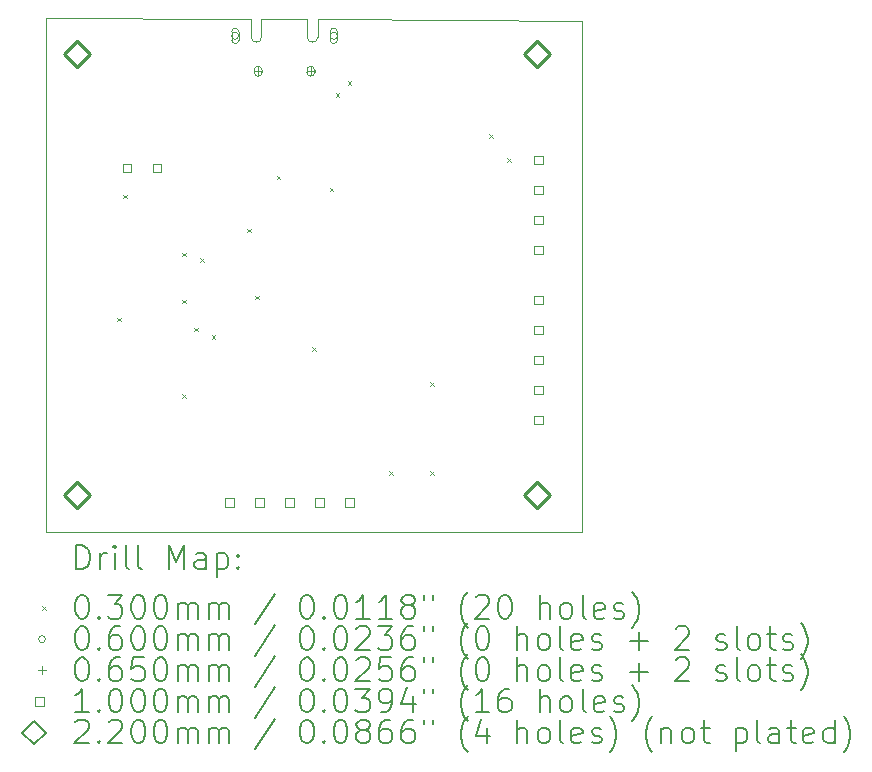
<source format=gbr>
%TF.GenerationSoftware,KiCad,Pcbnew,8.0.9*%
%TF.CreationDate,2025-03-10T14:56:14+11:00*%
%TF.ProjectId,stm32l05_dev_board,73746d33-326c-4303-955f-6465765f626f,rev?*%
%TF.SameCoordinates,Original*%
%TF.FileFunction,Drillmap*%
%TF.FilePolarity,Positive*%
%FSLAX45Y45*%
G04 Gerber Fmt 4.5, Leading zero omitted, Abs format (unit mm)*
G04 Created by KiCad (PCBNEW 8.0.9) date 2025-03-10 14:56:14*
%MOMM*%
%LPD*%
G01*
G04 APERTURE LIST*
%ADD10C,0.050000*%
%ADD11C,0.100000*%
%ADD12C,0.200000*%
%ADD13C,0.220000*%
G04 APERTURE END LIST*
D10*
X11840000Y-7260000D02*
X11840000Y-11610000D01*
X16380000Y-7280000D02*
X14235000Y-7264000D01*
X16380000Y-11610000D02*
X16380000Y-7280000D01*
X13485000Y-7264000D02*
X11840000Y-7260000D01*
X11840000Y-11610000D02*
X16380000Y-11610000D01*
D11*
X13580000Y-7264000D02*
X13485000Y-7264000D01*
X13580000Y-7421500D02*
X13580000Y-7264000D01*
X13665000Y-7421500D02*
X13665000Y-7264000D01*
X14055000Y-7264000D02*
X13665000Y-7264000D01*
X14055000Y-7421500D02*
X14055000Y-7264000D01*
X14140000Y-7421500D02*
X14140000Y-7264000D01*
X14235000Y-7264000D02*
X14140000Y-7264000D01*
X13665000Y-7421500D02*
G75*
G02*
X13580000Y-7421500I-42500J0D01*
G01*
X14140000Y-7421500D02*
G75*
G02*
X14055000Y-7421500I-42500J0D01*
G01*
D12*
D11*
X12445000Y-9794000D02*
X12475000Y-9824000D01*
X12475000Y-9794000D02*
X12445000Y-9824000D01*
X12495000Y-8755000D02*
X12525000Y-8785000D01*
X12525000Y-8755000D02*
X12495000Y-8785000D01*
X12995000Y-9244000D02*
X13025000Y-9274000D01*
X13025000Y-9244000D02*
X12995000Y-9274000D01*
X12995000Y-9644000D02*
X13025000Y-9674000D01*
X13025000Y-9644000D02*
X12995000Y-9674000D01*
X12995000Y-10444000D02*
X13025000Y-10474000D01*
X13025000Y-10444000D02*
X12995000Y-10474000D01*
X13095000Y-9879000D02*
X13125000Y-9909000D01*
X13125000Y-9879000D02*
X13095000Y-9909000D01*
X13145000Y-9294000D02*
X13175000Y-9324000D01*
X13175000Y-9294000D02*
X13145000Y-9324000D01*
X13245000Y-9944000D02*
X13275000Y-9974000D01*
X13275000Y-9944000D02*
X13245000Y-9974000D01*
X13545000Y-9044000D02*
X13575000Y-9074000D01*
X13575000Y-9044000D02*
X13545000Y-9074000D01*
X13612935Y-9607900D02*
X13642935Y-9637900D01*
X13642935Y-9607900D02*
X13612935Y-9637900D01*
X13795000Y-8594000D02*
X13825000Y-8624000D01*
X13825000Y-8594000D02*
X13795000Y-8624000D01*
X14095000Y-10044000D02*
X14125000Y-10074000D01*
X14125000Y-10044000D02*
X14095000Y-10074000D01*
X14245000Y-8694000D02*
X14275000Y-8724000D01*
X14275000Y-8694000D02*
X14245000Y-8724000D01*
X14295000Y-7894000D02*
X14325000Y-7924000D01*
X14325000Y-7894000D02*
X14295000Y-7924000D01*
X14395000Y-7794000D02*
X14425000Y-7824000D01*
X14425000Y-7794000D02*
X14395000Y-7824000D01*
X14745000Y-11094000D02*
X14775000Y-11124000D01*
X14775000Y-11094000D02*
X14745000Y-11124000D01*
X15095000Y-10344000D02*
X15125000Y-10374000D01*
X15125000Y-10344000D02*
X15095000Y-10374000D01*
X15095000Y-11094000D02*
X15125000Y-11124000D01*
X15125000Y-11094000D02*
X15095000Y-11124000D01*
X15595000Y-8244000D02*
X15625000Y-8274000D01*
X15625000Y-8244000D02*
X15595000Y-8274000D01*
X15745000Y-8444000D02*
X15775000Y-8474000D01*
X15775000Y-8444000D02*
X15745000Y-8474000D01*
X13472500Y-7409000D02*
G75*
G02*
X13412500Y-7409000I-30000J0D01*
G01*
X13412500Y-7409000D02*
G75*
G02*
X13472500Y-7409000I30000J0D01*
G01*
X13472500Y-7444000D02*
X13472500Y-7374000D01*
X13412500Y-7374000D02*
G75*
G02*
X13472500Y-7374000I30000J0D01*
G01*
X13412500Y-7374000D02*
X13412500Y-7444000D01*
X13412500Y-7444000D02*
G75*
G03*
X13472500Y-7444000I30000J0D01*
G01*
X14307500Y-7409000D02*
G75*
G02*
X14247500Y-7409000I-30000J0D01*
G01*
X14247500Y-7409000D02*
G75*
G02*
X14307500Y-7409000I30000J0D01*
G01*
X14307500Y-7444000D02*
X14307500Y-7374000D01*
X14247500Y-7374000D02*
G75*
G02*
X14307500Y-7374000I30000J0D01*
G01*
X14247500Y-7374000D02*
X14247500Y-7444000D01*
X14247500Y-7444000D02*
G75*
G03*
X14307500Y-7444000I30000J0D01*
G01*
X13637500Y-7676500D02*
X13637500Y-7741500D01*
X13605000Y-7709000D02*
X13670000Y-7709000D01*
X13670000Y-7719000D02*
X13670000Y-7699000D01*
X13605000Y-7699000D02*
G75*
G02*
X13670000Y-7699000I32500J0D01*
G01*
X13605000Y-7699000D02*
X13605000Y-7719000D01*
X13605000Y-7719000D02*
G75*
G03*
X13670000Y-7719000I32500J0D01*
G01*
X14082500Y-7676500D02*
X14082500Y-7741500D01*
X14050000Y-7709000D02*
X14115000Y-7709000D01*
X14115000Y-7719000D02*
X14115000Y-7699000D01*
X14050000Y-7699000D02*
G75*
G02*
X14115000Y-7699000I32500J0D01*
G01*
X14050000Y-7699000D02*
X14050000Y-7719000D01*
X14050000Y-7719000D02*
G75*
G03*
X14115000Y-7719000I32500J0D01*
G01*
X12561356Y-8565356D02*
X12561356Y-8494644D01*
X12490644Y-8494644D01*
X12490644Y-8565356D01*
X12561356Y-8565356D01*
X12815356Y-8565356D02*
X12815356Y-8494644D01*
X12744644Y-8494644D01*
X12744644Y-8565356D01*
X12815356Y-8565356D01*
X13429356Y-11394356D02*
X13429356Y-11323644D01*
X13358644Y-11323644D01*
X13358644Y-11394356D01*
X13429356Y-11394356D01*
X13683356Y-11394356D02*
X13683356Y-11323644D01*
X13612644Y-11323644D01*
X13612644Y-11394356D01*
X13683356Y-11394356D01*
X13937356Y-11394356D02*
X13937356Y-11323644D01*
X13866644Y-11323644D01*
X13866644Y-11394356D01*
X13937356Y-11394356D01*
X14191356Y-11394356D02*
X14191356Y-11323644D01*
X14120644Y-11323644D01*
X14120644Y-11394356D01*
X14191356Y-11394356D01*
X14445356Y-11394356D02*
X14445356Y-11323644D01*
X14374644Y-11323644D01*
X14374644Y-11394356D01*
X14445356Y-11394356D01*
X16045356Y-8494356D02*
X16045356Y-8423644D01*
X15974644Y-8423644D01*
X15974644Y-8494356D01*
X16045356Y-8494356D01*
X16045356Y-8748356D02*
X16045356Y-8677644D01*
X15974644Y-8677644D01*
X15974644Y-8748356D01*
X16045356Y-8748356D01*
X16045356Y-9002356D02*
X16045356Y-8931644D01*
X15974644Y-8931644D01*
X15974644Y-9002356D01*
X16045356Y-9002356D01*
X16045356Y-9256356D02*
X16045356Y-9185644D01*
X15974644Y-9185644D01*
X15974644Y-9256356D01*
X16045356Y-9256356D01*
X16045356Y-9682356D02*
X16045356Y-9611644D01*
X15974644Y-9611644D01*
X15974644Y-9682356D01*
X16045356Y-9682356D01*
X16045356Y-9936356D02*
X16045356Y-9865644D01*
X15974644Y-9865644D01*
X15974644Y-9936356D01*
X16045356Y-9936356D01*
X16045356Y-10190356D02*
X16045356Y-10119644D01*
X15974644Y-10119644D01*
X15974644Y-10190356D01*
X16045356Y-10190356D01*
X16045356Y-10444356D02*
X16045356Y-10373644D01*
X15974644Y-10373644D01*
X15974644Y-10444356D01*
X16045356Y-10444356D01*
X16045356Y-10698356D02*
X16045356Y-10627644D01*
X15974644Y-10627644D01*
X15974644Y-10698356D01*
X16045356Y-10698356D01*
D13*
X12100000Y-7669000D02*
X12210000Y-7559000D01*
X12100000Y-7449000D01*
X11990000Y-7559000D01*
X12100000Y-7669000D01*
X12100000Y-11410000D02*
X12210000Y-11300000D01*
X12100000Y-11190000D01*
X11990000Y-11300000D01*
X12100000Y-11410000D01*
X16000000Y-7669000D02*
X16110000Y-7559000D01*
X16000000Y-7449000D01*
X15890000Y-7559000D01*
X16000000Y-7669000D01*
X16000000Y-11410000D02*
X16110000Y-11300000D01*
X16000000Y-11190000D01*
X15890000Y-11300000D01*
X16000000Y-11410000D01*
D12*
X12098277Y-11923984D02*
X12098277Y-11723984D01*
X12098277Y-11723984D02*
X12145896Y-11723984D01*
X12145896Y-11723984D02*
X12174467Y-11733508D01*
X12174467Y-11733508D02*
X12193515Y-11752555D01*
X12193515Y-11752555D02*
X12203039Y-11771603D01*
X12203039Y-11771603D02*
X12212562Y-11809698D01*
X12212562Y-11809698D02*
X12212562Y-11838269D01*
X12212562Y-11838269D02*
X12203039Y-11876365D01*
X12203039Y-11876365D02*
X12193515Y-11895412D01*
X12193515Y-11895412D02*
X12174467Y-11914460D01*
X12174467Y-11914460D02*
X12145896Y-11923984D01*
X12145896Y-11923984D02*
X12098277Y-11923984D01*
X12298277Y-11923984D02*
X12298277Y-11790650D01*
X12298277Y-11828746D02*
X12307801Y-11809698D01*
X12307801Y-11809698D02*
X12317324Y-11800174D01*
X12317324Y-11800174D02*
X12336372Y-11790650D01*
X12336372Y-11790650D02*
X12355420Y-11790650D01*
X12422086Y-11923984D02*
X12422086Y-11790650D01*
X12422086Y-11723984D02*
X12412562Y-11733508D01*
X12412562Y-11733508D02*
X12422086Y-11743031D01*
X12422086Y-11743031D02*
X12431610Y-11733508D01*
X12431610Y-11733508D02*
X12422086Y-11723984D01*
X12422086Y-11723984D02*
X12422086Y-11743031D01*
X12545896Y-11923984D02*
X12526848Y-11914460D01*
X12526848Y-11914460D02*
X12517324Y-11895412D01*
X12517324Y-11895412D02*
X12517324Y-11723984D01*
X12650658Y-11923984D02*
X12631610Y-11914460D01*
X12631610Y-11914460D02*
X12622086Y-11895412D01*
X12622086Y-11895412D02*
X12622086Y-11723984D01*
X12879229Y-11923984D02*
X12879229Y-11723984D01*
X12879229Y-11723984D02*
X12945896Y-11866841D01*
X12945896Y-11866841D02*
X13012562Y-11723984D01*
X13012562Y-11723984D02*
X13012562Y-11923984D01*
X13193515Y-11923984D02*
X13193515Y-11819222D01*
X13193515Y-11819222D02*
X13183991Y-11800174D01*
X13183991Y-11800174D02*
X13164943Y-11790650D01*
X13164943Y-11790650D02*
X13126848Y-11790650D01*
X13126848Y-11790650D02*
X13107801Y-11800174D01*
X13193515Y-11914460D02*
X13174467Y-11923984D01*
X13174467Y-11923984D02*
X13126848Y-11923984D01*
X13126848Y-11923984D02*
X13107801Y-11914460D01*
X13107801Y-11914460D02*
X13098277Y-11895412D01*
X13098277Y-11895412D02*
X13098277Y-11876365D01*
X13098277Y-11876365D02*
X13107801Y-11857317D01*
X13107801Y-11857317D02*
X13126848Y-11847793D01*
X13126848Y-11847793D02*
X13174467Y-11847793D01*
X13174467Y-11847793D02*
X13193515Y-11838269D01*
X13288753Y-11790650D02*
X13288753Y-11990650D01*
X13288753Y-11800174D02*
X13307801Y-11790650D01*
X13307801Y-11790650D02*
X13345896Y-11790650D01*
X13345896Y-11790650D02*
X13364943Y-11800174D01*
X13364943Y-11800174D02*
X13374467Y-11809698D01*
X13374467Y-11809698D02*
X13383991Y-11828746D01*
X13383991Y-11828746D02*
X13383991Y-11885888D01*
X13383991Y-11885888D02*
X13374467Y-11904936D01*
X13374467Y-11904936D02*
X13364943Y-11914460D01*
X13364943Y-11914460D02*
X13345896Y-11923984D01*
X13345896Y-11923984D02*
X13307801Y-11923984D01*
X13307801Y-11923984D02*
X13288753Y-11914460D01*
X13469705Y-11904936D02*
X13479229Y-11914460D01*
X13479229Y-11914460D02*
X13469705Y-11923984D01*
X13469705Y-11923984D02*
X13460182Y-11914460D01*
X13460182Y-11914460D02*
X13469705Y-11904936D01*
X13469705Y-11904936D02*
X13469705Y-11923984D01*
X13469705Y-11800174D02*
X13479229Y-11809698D01*
X13479229Y-11809698D02*
X13469705Y-11819222D01*
X13469705Y-11819222D02*
X13460182Y-11809698D01*
X13460182Y-11809698D02*
X13469705Y-11800174D01*
X13469705Y-11800174D02*
X13469705Y-11819222D01*
D11*
X11807500Y-12237500D02*
X11837500Y-12267500D01*
X11837500Y-12237500D02*
X11807500Y-12267500D01*
D12*
X12136372Y-12143984D02*
X12155420Y-12143984D01*
X12155420Y-12143984D02*
X12174467Y-12153508D01*
X12174467Y-12153508D02*
X12183991Y-12163031D01*
X12183991Y-12163031D02*
X12193515Y-12182079D01*
X12193515Y-12182079D02*
X12203039Y-12220174D01*
X12203039Y-12220174D02*
X12203039Y-12267793D01*
X12203039Y-12267793D02*
X12193515Y-12305888D01*
X12193515Y-12305888D02*
X12183991Y-12324936D01*
X12183991Y-12324936D02*
X12174467Y-12334460D01*
X12174467Y-12334460D02*
X12155420Y-12343984D01*
X12155420Y-12343984D02*
X12136372Y-12343984D01*
X12136372Y-12343984D02*
X12117324Y-12334460D01*
X12117324Y-12334460D02*
X12107801Y-12324936D01*
X12107801Y-12324936D02*
X12098277Y-12305888D01*
X12098277Y-12305888D02*
X12088753Y-12267793D01*
X12088753Y-12267793D02*
X12088753Y-12220174D01*
X12088753Y-12220174D02*
X12098277Y-12182079D01*
X12098277Y-12182079D02*
X12107801Y-12163031D01*
X12107801Y-12163031D02*
X12117324Y-12153508D01*
X12117324Y-12153508D02*
X12136372Y-12143984D01*
X12288753Y-12324936D02*
X12298277Y-12334460D01*
X12298277Y-12334460D02*
X12288753Y-12343984D01*
X12288753Y-12343984D02*
X12279229Y-12334460D01*
X12279229Y-12334460D02*
X12288753Y-12324936D01*
X12288753Y-12324936D02*
X12288753Y-12343984D01*
X12364943Y-12143984D02*
X12488753Y-12143984D01*
X12488753Y-12143984D02*
X12422086Y-12220174D01*
X12422086Y-12220174D02*
X12450658Y-12220174D01*
X12450658Y-12220174D02*
X12469705Y-12229698D01*
X12469705Y-12229698D02*
X12479229Y-12239222D01*
X12479229Y-12239222D02*
X12488753Y-12258269D01*
X12488753Y-12258269D02*
X12488753Y-12305888D01*
X12488753Y-12305888D02*
X12479229Y-12324936D01*
X12479229Y-12324936D02*
X12469705Y-12334460D01*
X12469705Y-12334460D02*
X12450658Y-12343984D01*
X12450658Y-12343984D02*
X12393515Y-12343984D01*
X12393515Y-12343984D02*
X12374467Y-12334460D01*
X12374467Y-12334460D02*
X12364943Y-12324936D01*
X12612562Y-12143984D02*
X12631610Y-12143984D01*
X12631610Y-12143984D02*
X12650658Y-12153508D01*
X12650658Y-12153508D02*
X12660182Y-12163031D01*
X12660182Y-12163031D02*
X12669705Y-12182079D01*
X12669705Y-12182079D02*
X12679229Y-12220174D01*
X12679229Y-12220174D02*
X12679229Y-12267793D01*
X12679229Y-12267793D02*
X12669705Y-12305888D01*
X12669705Y-12305888D02*
X12660182Y-12324936D01*
X12660182Y-12324936D02*
X12650658Y-12334460D01*
X12650658Y-12334460D02*
X12631610Y-12343984D01*
X12631610Y-12343984D02*
X12612562Y-12343984D01*
X12612562Y-12343984D02*
X12593515Y-12334460D01*
X12593515Y-12334460D02*
X12583991Y-12324936D01*
X12583991Y-12324936D02*
X12574467Y-12305888D01*
X12574467Y-12305888D02*
X12564943Y-12267793D01*
X12564943Y-12267793D02*
X12564943Y-12220174D01*
X12564943Y-12220174D02*
X12574467Y-12182079D01*
X12574467Y-12182079D02*
X12583991Y-12163031D01*
X12583991Y-12163031D02*
X12593515Y-12153508D01*
X12593515Y-12153508D02*
X12612562Y-12143984D01*
X12803039Y-12143984D02*
X12822086Y-12143984D01*
X12822086Y-12143984D02*
X12841134Y-12153508D01*
X12841134Y-12153508D02*
X12850658Y-12163031D01*
X12850658Y-12163031D02*
X12860182Y-12182079D01*
X12860182Y-12182079D02*
X12869705Y-12220174D01*
X12869705Y-12220174D02*
X12869705Y-12267793D01*
X12869705Y-12267793D02*
X12860182Y-12305888D01*
X12860182Y-12305888D02*
X12850658Y-12324936D01*
X12850658Y-12324936D02*
X12841134Y-12334460D01*
X12841134Y-12334460D02*
X12822086Y-12343984D01*
X12822086Y-12343984D02*
X12803039Y-12343984D01*
X12803039Y-12343984D02*
X12783991Y-12334460D01*
X12783991Y-12334460D02*
X12774467Y-12324936D01*
X12774467Y-12324936D02*
X12764943Y-12305888D01*
X12764943Y-12305888D02*
X12755420Y-12267793D01*
X12755420Y-12267793D02*
X12755420Y-12220174D01*
X12755420Y-12220174D02*
X12764943Y-12182079D01*
X12764943Y-12182079D02*
X12774467Y-12163031D01*
X12774467Y-12163031D02*
X12783991Y-12153508D01*
X12783991Y-12153508D02*
X12803039Y-12143984D01*
X12955420Y-12343984D02*
X12955420Y-12210650D01*
X12955420Y-12229698D02*
X12964943Y-12220174D01*
X12964943Y-12220174D02*
X12983991Y-12210650D01*
X12983991Y-12210650D02*
X13012563Y-12210650D01*
X13012563Y-12210650D02*
X13031610Y-12220174D01*
X13031610Y-12220174D02*
X13041134Y-12239222D01*
X13041134Y-12239222D02*
X13041134Y-12343984D01*
X13041134Y-12239222D02*
X13050658Y-12220174D01*
X13050658Y-12220174D02*
X13069705Y-12210650D01*
X13069705Y-12210650D02*
X13098277Y-12210650D01*
X13098277Y-12210650D02*
X13117324Y-12220174D01*
X13117324Y-12220174D02*
X13126848Y-12239222D01*
X13126848Y-12239222D02*
X13126848Y-12343984D01*
X13222086Y-12343984D02*
X13222086Y-12210650D01*
X13222086Y-12229698D02*
X13231610Y-12220174D01*
X13231610Y-12220174D02*
X13250658Y-12210650D01*
X13250658Y-12210650D02*
X13279229Y-12210650D01*
X13279229Y-12210650D02*
X13298277Y-12220174D01*
X13298277Y-12220174D02*
X13307801Y-12239222D01*
X13307801Y-12239222D02*
X13307801Y-12343984D01*
X13307801Y-12239222D02*
X13317324Y-12220174D01*
X13317324Y-12220174D02*
X13336372Y-12210650D01*
X13336372Y-12210650D02*
X13364943Y-12210650D01*
X13364943Y-12210650D02*
X13383991Y-12220174D01*
X13383991Y-12220174D02*
X13393515Y-12239222D01*
X13393515Y-12239222D02*
X13393515Y-12343984D01*
X13783991Y-12134460D02*
X13612563Y-12391603D01*
X14041134Y-12143984D02*
X14060182Y-12143984D01*
X14060182Y-12143984D02*
X14079229Y-12153508D01*
X14079229Y-12153508D02*
X14088753Y-12163031D01*
X14088753Y-12163031D02*
X14098277Y-12182079D01*
X14098277Y-12182079D02*
X14107801Y-12220174D01*
X14107801Y-12220174D02*
X14107801Y-12267793D01*
X14107801Y-12267793D02*
X14098277Y-12305888D01*
X14098277Y-12305888D02*
X14088753Y-12324936D01*
X14088753Y-12324936D02*
X14079229Y-12334460D01*
X14079229Y-12334460D02*
X14060182Y-12343984D01*
X14060182Y-12343984D02*
X14041134Y-12343984D01*
X14041134Y-12343984D02*
X14022086Y-12334460D01*
X14022086Y-12334460D02*
X14012563Y-12324936D01*
X14012563Y-12324936D02*
X14003039Y-12305888D01*
X14003039Y-12305888D02*
X13993515Y-12267793D01*
X13993515Y-12267793D02*
X13993515Y-12220174D01*
X13993515Y-12220174D02*
X14003039Y-12182079D01*
X14003039Y-12182079D02*
X14012563Y-12163031D01*
X14012563Y-12163031D02*
X14022086Y-12153508D01*
X14022086Y-12153508D02*
X14041134Y-12143984D01*
X14193515Y-12324936D02*
X14203039Y-12334460D01*
X14203039Y-12334460D02*
X14193515Y-12343984D01*
X14193515Y-12343984D02*
X14183991Y-12334460D01*
X14183991Y-12334460D02*
X14193515Y-12324936D01*
X14193515Y-12324936D02*
X14193515Y-12343984D01*
X14326848Y-12143984D02*
X14345896Y-12143984D01*
X14345896Y-12143984D02*
X14364944Y-12153508D01*
X14364944Y-12153508D02*
X14374467Y-12163031D01*
X14374467Y-12163031D02*
X14383991Y-12182079D01*
X14383991Y-12182079D02*
X14393515Y-12220174D01*
X14393515Y-12220174D02*
X14393515Y-12267793D01*
X14393515Y-12267793D02*
X14383991Y-12305888D01*
X14383991Y-12305888D02*
X14374467Y-12324936D01*
X14374467Y-12324936D02*
X14364944Y-12334460D01*
X14364944Y-12334460D02*
X14345896Y-12343984D01*
X14345896Y-12343984D02*
X14326848Y-12343984D01*
X14326848Y-12343984D02*
X14307801Y-12334460D01*
X14307801Y-12334460D02*
X14298277Y-12324936D01*
X14298277Y-12324936D02*
X14288753Y-12305888D01*
X14288753Y-12305888D02*
X14279229Y-12267793D01*
X14279229Y-12267793D02*
X14279229Y-12220174D01*
X14279229Y-12220174D02*
X14288753Y-12182079D01*
X14288753Y-12182079D02*
X14298277Y-12163031D01*
X14298277Y-12163031D02*
X14307801Y-12153508D01*
X14307801Y-12153508D02*
X14326848Y-12143984D01*
X14583991Y-12343984D02*
X14469706Y-12343984D01*
X14526848Y-12343984D02*
X14526848Y-12143984D01*
X14526848Y-12143984D02*
X14507801Y-12172555D01*
X14507801Y-12172555D02*
X14488753Y-12191603D01*
X14488753Y-12191603D02*
X14469706Y-12201127D01*
X14774467Y-12343984D02*
X14660182Y-12343984D01*
X14717325Y-12343984D02*
X14717325Y-12143984D01*
X14717325Y-12143984D02*
X14698277Y-12172555D01*
X14698277Y-12172555D02*
X14679229Y-12191603D01*
X14679229Y-12191603D02*
X14660182Y-12201127D01*
X14888753Y-12229698D02*
X14869706Y-12220174D01*
X14869706Y-12220174D02*
X14860182Y-12210650D01*
X14860182Y-12210650D02*
X14850658Y-12191603D01*
X14850658Y-12191603D02*
X14850658Y-12182079D01*
X14850658Y-12182079D02*
X14860182Y-12163031D01*
X14860182Y-12163031D02*
X14869706Y-12153508D01*
X14869706Y-12153508D02*
X14888753Y-12143984D01*
X14888753Y-12143984D02*
X14926848Y-12143984D01*
X14926848Y-12143984D02*
X14945896Y-12153508D01*
X14945896Y-12153508D02*
X14955420Y-12163031D01*
X14955420Y-12163031D02*
X14964944Y-12182079D01*
X14964944Y-12182079D02*
X14964944Y-12191603D01*
X14964944Y-12191603D02*
X14955420Y-12210650D01*
X14955420Y-12210650D02*
X14945896Y-12220174D01*
X14945896Y-12220174D02*
X14926848Y-12229698D01*
X14926848Y-12229698D02*
X14888753Y-12229698D01*
X14888753Y-12229698D02*
X14869706Y-12239222D01*
X14869706Y-12239222D02*
X14860182Y-12248746D01*
X14860182Y-12248746D02*
X14850658Y-12267793D01*
X14850658Y-12267793D02*
X14850658Y-12305888D01*
X14850658Y-12305888D02*
X14860182Y-12324936D01*
X14860182Y-12324936D02*
X14869706Y-12334460D01*
X14869706Y-12334460D02*
X14888753Y-12343984D01*
X14888753Y-12343984D02*
X14926848Y-12343984D01*
X14926848Y-12343984D02*
X14945896Y-12334460D01*
X14945896Y-12334460D02*
X14955420Y-12324936D01*
X14955420Y-12324936D02*
X14964944Y-12305888D01*
X14964944Y-12305888D02*
X14964944Y-12267793D01*
X14964944Y-12267793D02*
X14955420Y-12248746D01*
X14955420Y-12248746D02*
X14945896Y-12239222D01*
X14945896Y-12239222D02*
X14926848Y-12229698D01*
X15041134Y-12143984D02*
X15041134Y-12182079D01*
X15117325Y-12143984D02*
X15117325Y-12182079D01*
X15412563Y-12420174D02*
X15403039Y-12410650D01*
X15403039Y-12410650D02*
X15383991Y-12382079D01*
X15383991Y-12382079D02*
X15374468Y-12363031D01*
X15374468Y-12363031D02*
X15364944Y-12334460D01*
X15364944Y-12334460D02*
X15355420Y-12286841D01*
X15355420Y-12286841D02*
X15355420Y-12248746D01*
X15355420Y-12248746D02*
X15364944Y-12201127D01*
X15364944Y-12201127D02*
X15374468Y-12172555D01*
X15374468Y-12172555D02*
X15383991Y-12153508D01*
X15383991Y-12153508D02*
X15403039Y-12124936D01*
X15403039Y-12124936D02*
X15412563Y-12115412D01*
X15479229Y-12163031D02*
X15488753Y-12153508D01*
X15488753Y-12153508D02*
X15507801Y-12143984D01*
X15507801Y-12143984D02*
X15555420Y-12143984D01*
X15555420Y-12143984D02*
X15574468Y-12153508D01*
X15574468Y-12153508D02*
X15583991Y-12163031D01*
X15583991Y-12163031D02*
X15593515Y-12182079D01*
X15593515Y-12182079D02*
X15593515Y-12201127D01*
X15593515Y-12201127D02*
X15583991Y-12229698D01*
X15583991Y-12229698D02*
X15469706Y-12343984D01*
X15469706Y-12343984D02*
X15593515Y-12343984D01*
X15717325Y-12143984D02*
X15736372Y-12143984D01*
X15736372Y-12143984D02*
X15755420Y-12153508D01*
X15755420Y-12153508D02*
X15764944Y-12163031D01*
X15764944Y-12163031D02*
X15774468Y-12182079D01*
X15774468Y-12182079D02*
X15783991Y-12220174D01*
X15783991Y-12220174D02*
X15783991Y-12267793D01*
X15783991Y-12267793D02*
X15774468Y-12305888D01*
X15774468Y-12305888D02*
X15764944Y-12324936D01*
X15764944Y-12324936D02*
X15755420Y-12334460D01*
X15755420Y-12334460D02*
X15736372Y-12343984D01*
X15736372Y-12343984D02*
X15717325Y-12343984D01*
X15717325Y-12343984D02*
X15698277Y-12334460D01*
X15698277Y-12334460D02*
X15688753Y-12324936D01*
X15688753Y-12324936D02*
X15679229Y-12305888D01*
X15679229Y-12305888D02*
X15669706Y-12267793D01*
X15669706Y-12267793D02*
X15669706Y-12220174D01*
X15669706Y-12220174D02*
X15679229Y-12182079D01*
X15679229Y-12182079D02*
X15688753Y-12163031D01*
X15688753Y-12163031D02*
X15698277Y-12153508D01*
X15698277Y-12153508D02*
X15717325Y-12143984D01*
X16022087Y-12343984D02*
X16022087Y-12143984D01*
X16107801Y-12343984D02*
X16107801Y-12239222D01*
X16107801Y-12239222D02*
X16098277Y-12220174D01*
X16098277Y-12220174D02*
X16079230Y-12210650D01*
X16079230Y-12210650D02*
X16050658Y-12210650D01*
X16050658Y-12210650D02*
X16031610Y-12220174D01*
X16031610Y-12220174D02*
X16022087Y-12229698D01*
X16231610Y-12343984D02*
X16212563Y-12334460D01*
X16212563Y-12334460D02*
X16203039Y-12324936D01*
X16203039Y-12324936D02*
X16193515Y-12305888D01*
X16193515Y-12305888D02*
X16193515Y-12248746D01*
X16193515Y-12248746D02*
X16203039Y-12229698D01*
X16203039Y-12229698D02*
X16212563Y-12220174D01*
X16212563Y-12220174D02*
X16231610Y-12210650D01*
X16231610Y-12210650D02*
X16260182Y-12210650D01*
X16260182Y-12210650D02*
X16279230Y-12220174D01*
X16279230Y-12220174D02*
X16288753Y-12229698D01*
X16288753Y-12229698D02*
X16298277Y-12248746D01*
X16298277Y-12248746D02*
X16298277Y-12305888D01*
X16298277Y-12305888D02*
X16288753Y-12324936D01*
X16288753Y-12324936D02*
X16279230Y-12334460D01*
X16279230Y-12334460D02*
X16260182Y-12343984D01*
X16260182Y-12343984D02*
X16231610Y-12343984D01*
X16412563Y-12343984D02*
X16393515Y-12334460D01*
X16393515Y-12334460D02*
X16383991Y-12315412D01*
X16383991Y-12315412D02*
X16383991Y-12143984D01*
X16564944Y-12334460D02*
X16545896Y-12343984D01*
X16545896Y-12343984D02*
X16507801Y-12343984D01*
X16507801Y-12343984D02*
X16488753Y-12334460D01*
X16488753Y-12334460D02*
X16479230Y-12315412D01*
X16479230Y-12315412D02*
X16479230Y-12239222D01*
X16479230Y-12239222D02*
X16488753Y-12220174D01*
X16488753Y-12220174D02*
X16507801Y-12210650D01*
X16507801Y-12210650D02*
X16545896Y-12210650D01*
X16545896Y-12210650D02*
X16564944Y-12220174D01*
X16564944Y-12220174D02*
X16574468Y-12239222D01*
X16574468Y-12239222D02*
X16574468Y-12258269D01*
X16574468Y-12258269D02*
X16479230Y-12277317D01*
X16650658Y-12334460D02*
X16669706Y-12343984D01*
X16669706Y-12343984D02*
X16707801Y-12343984D01*
X16707801Y-12343984D02*
X16726849Y-12334460D01*
X16726849Y-12334460D02*
X16736372Y-12315412D01*
X16736372Y-12315412D02*
X16736372Y-12305888D01*
X16736372Y-12305888D02*
X16726849Y-12286841D01*
X16726849Y-12286841D02*
X16707801Y-12277317D01*
X16707801Y-12277317D02*
X16679230Y-12277317D01*
X16679230Y-12277317D02*
X16660182Y-12267793D01*
X16660182Y-12267793D02*
X16650658Y-12248746D01*
X16650658Y-12248746D02*
X16650658Y-12239222D01*
X16650658Y-12239222D02*
X16660182Y-12220174D01*
X16660182Y-12220174D02*
X16679230Y-12210650D01*
X16679230Y-12210650D02*
X16707801Y-12210650D01*
X16707801Y-12210650D02*
X16726849Y-12220174D01*
X16803039Y-12420174D02*
X16812563Y-12410650D01*
X16812563Y-12410650D02*
X16831611Y-12382079D01*
X16831611Y-12382079D02*
X16841134Y-12363031D01*
X16841134Y-12363031D02*
X16850658Y-12334460D01*
X16850658Y-12334460D02*
X16860182Y-12286841D01*
X16860182Y-12286841D02*
X16860182Y-12248746D01*
X16860182Y-12248746D02*
X16850658Y-12201127D01*
X16850658Y-12201127D02*
X16841134Y-12172555D01*
X16841134Y-12172555D02*
X16831611Y-12153508D01*
X16831611Y-12153508D02*
X16812563Y-12124936D01*
X16812563Y-12124936D02*
X16803039Y-12115412D01*
D11*
X11837500Y-12516500D02*
G75*
G02*
X11777500Y-12516500I-30000J0D01*
G01*
X11777500Y-12516500D02*
G75*
G02*
X11837500Y-12516500I30000J0D01*
G01*
D12*
X12136372Y-12407984D02*
X12155420Y-12407984D01*
X12155420Y-12407984D02*
X12174467Y-12417508D01*
X12174467Y-12417508D02*
X12183991Y-12427031D01*
X12183991Y-12427031D02*
X12193515Y-12446079D01*
X12193515Y-12446079D02*
X12203039Y-12484174D01*
X12203039Y-12484174D02*
X12203039Y-12531793D01*
X12203039Y-12531793D02*
X12193515Y-12569888D01*
X12193515Y-12569888D02*
X12183991Y-12588936D01*
X12183991Y-12588936D02*
X12174467Y-12598460D01*
X12174467Y-12598460D02*
X12155420Y-12607984D01*
X12155420Y-12607984D02*
X12136372Y-12607984D01*
X12136372Y-12607984D02*
X12117324Y-12598460D01*
X12117324Y-12598460D02*
X12107801Y-12588936D01*
X12107801Y-12588936D02*
X12098277Y-12569888D01*
X12098277Y-12569888D02*
X12088753Y-12531793D01*
X12088753Y-12531793D02*
X12088753Y-12484174D01*
X12088753Y-12484174D02*
X12098277Y-12446079D01*
X12098277Y-12446079D02*
X12107801Y-12427031D01*
X12107801Y-12427031D02*
X12117324Y-12417508D01*
X12117324Y-12417508D02*
X12136372Y-12407984D01*
X12288753Y-12588936D02*
X12298277Y-12598460D01*
X12298277Y-12598460D02*
X12288753Y-12607984D01*
X12288753Y-12607984D02*
X12279229Y-12598460D01*
X12279229Y-12598460D02*
X12288753Y-12588936D01*
X12288753Y-12588936D02*
X12288753Y-12607984D01*
X12469705Y-12407984D02*
X12431610Y-12407984D01*
X12431610Y-12407984D02*
X12412562Y-12417508D01*
X12412562Y-12417508D02*
X12403039Y-12427031D01*
X12403039Y-12427031D02*
X12383991Y-12455603D01*
X12383991Y-12455603D02*
X12374467Y-12493698D01*
X12374467Y-12493698D02*
X12374467Y-12569888D01*
X12374467Y-12569888D02*
X12383991Y-12588936D01*
X12383991Y-12588936D02*
X12393515Y-12598460D01*
X12393515Y-12598460D02*
X12412562Y-12607984D01*
X12412562Y-12607984D02*
X12450658Y-12607984D01*
X12450658Y-12607984D02*
X12469705Y-12598460D01*
X12469705Y-12598460D02*
X12479229Y-12588936D01*
X12479229Y-12588936D02*
X12488753Y-12569888D01*
X12488753Y-12569888D02*
X12488753Y-12522269D01*
X12488753Y-12522269D02*
X12479229Y-12503222D01*
X12479229Y-12503222D02*
X12469705Y-12493698D01*
X12469705Y-12493698D02*
X12450658Y-12484174D01*
X12450658Y-12484174D02*
X12412562Y-12484174D01*
X12412562Y-12484174D02*
X12393515Y-12493698D01*
X12393515Y-12493698D02*
X12383991Y-12503222D01*
X12383991Y-12503222D02*
X12374467Y-12522269D01*
X12612562Y-12407984D02*
X12631610Y-12407984D01*
X12631610Y-12407984D02*
X12650658Y-12417508D01*
X12650658Y-12417508D02*
X12660182Y-12427031D01*
X12660182Y-12427031D02*
X12669705Y-12446079D01*
X12669705Y-12446079D02*
X12679229Y-12484174D01*
X12679229Y-12484174D02*
X12679229Y-12531793D01*
X12679229Y-12531793D02*
X12669705Y-12569888D01*
X12669705Y-12569888D02*
X12660182Y-12588936D01*
X12660182Y-12588936D02*
X12650658Y-12598460D01*
X12650658Y-12598460D02*
X12631610Y-12607984D01*
X12631610Y-12607984D02*
X12612562Y-12607984D01*
X12612562Y-12607984D02*
X12593515Y-12598460D01*
X12593515Y-12598460D02*
X12583991Y-12588936D01*
X12583991Y-12588936D02*
X12574467Y-12569888D01*
X12574467Y-12569888D02*
X12564943Y-12531793D01*
X12564943Y-12531793D02*
X12564943Y-12484174D01*
X12564943Y-12484174D02*
X12574467Y-12446079D01*
X12574467Y-12446079D02*
X12583991Y-12427031D01*
X12583991Y-12427031D02*
X12593515Y-12417508D01*
X12593515Y-12417508D02*
X12612562Y-12407984D01*
X12803039Y-12407984D02*
X12822086Y-12407984D01*
X12822086Y-12407984D02*
X12841134Y-12417508D01*
X12841134Y-12417508D02*
X12850658Y-12427031D01*
X12850658Y-12427031D02*
X12860182Y-12446079D01*
X12860182Y-12446079D02*
X12869705Y-12484174D01*
X12869705Y-12484174D02*
X12869705Y-12531793D01*
X12869705Y-12531793D02*
X12860182Y-12569888D01*
X12860182Y-12569888D02*
X12850658Y-12588936D01*
X12850658Y-12588936D02*
X12841134Y-12598460D01*
X12841134Y-12598460D02*
X12822086Y-12607984D01*
X12822086Y-12607984D02*
X12803039Y-12607984D01*
X12803039Y-12607984D02*
X12783991Y-12598460D01*
X12783991Y-12598460D02*
X12774467Y-12588936D01*
X12774467Y-12588936D02*
X12764943Y-12569888D01*
X12764943Y-12569888D02*
X12755420Y-12531793D01*
X12755420Y-12531793D02*
X12755420Y-12484174D01*
X12755420Y-12484174D02*
X12764943Y-12446079D01*
X12764943Y-12446079D02*
X12774467Y-12427031D01*
X12774467Y-12427031D02*
X12783991Y-12417508D01*
X12783991Y-12417508D02*
X12803039Y-12407984D01*
X12955420Y-12607984D02*
X12955420Y-12474650D01*
X12955420Y-12493698D02*
X12964943Y-12484174D01*
X12964943Y-12484174D02*
X12983991Y-12474650D01*
X12983991Y-12474650D02*
X13012563Y-12474650D01*
X13012563Y-12474650D02*
X13031610Y-12484174D01*
X13031610Y-12484174D02*
X13041134Y-12503222D01*
X13041134Y-12503222D02*
X13041134Y-12607984D01*
X13041134Y-12503222D02*
X13050658Y-12484174D01*
X13050658Y-12484174D02*
X13069705Y-12474650D01*
X13069705Y-12474650D02*
X13098277Y-12474650D01*
X13098277Y-12474650D02*
X13117324Y-12484174D01*
X13117324Y-12484174D02*
X13126848Y-12503222D01*
X13126848Y-12503222D02*
X13126848Y-12607984D01*
X13222086Y-12607984D02*
X13222086Y-12474650D01*
X13222086Y-12493698D02*
X13231610Y-12484174D01*
X13231610Y-12484174D02*
X13250658Y-12474650D01*
X13250658Y-12474650D02*
X13279229Y-12474650D01*
X13279229Y-12474650D02*
X13298277Y-12484174D01*
X13298277Y-12484174D02*
X13307801Y-12503222D01*
X13307801Y-12503222D02*
X13307801Y-12607984D01*
X13307801Y-12503222D02*
X13317324Y-12484174D01*
X13317324Y-12484174D02*
X13336372Y-12474650D01*
X13336372Y-12474650D02*
X13364943Y-12474650D01*
X13364943Y-12474650D02*
X13383991Y-12484174D01*
X13383991Y-12484174D02*
X13393515Y-12503222D01*
X13393515Y-12503222D02*
X13393515Y-12607984D01*
X13783991Y-12398460D02*
X13612563Y-12655603D01*
X14041134Y-12407984D02*
X14060182Y-12407984D01*
X14060182Y-12407984D02*
X14079229Y-12417508D01*
X14079229Y-12417508D02*
X14088753Y-12427031D01*
X14088753Y-12427031D02*
X14098277Y-12446079D01*
X14098277Y-12446079D02*
X14107801Y-12484174D01*
X14107801Y-12484174D02*
X14107801Y-12531793D01*
X14107801Y-12531793D02*
X14098277Y-12569888D01*
X14098277Y-12569888D02*
X14088753Y-12588936D01*
X14088753Y-12588936D02*
X14079229Y-12598460D01*
X14079229Y-12598460D02*
X14060182Y-12607984D01*
X14060182Y-12607984D02*
X14041134Y-12607984D01*
X14041134Y-12607984D02*
X14022086Y-12598460D01*
X14022086Y-12598460D02*
X14012563Y-12588936D01*
X14012563Y-12588936D02*
X14003039Y-12569888D01*
X14003039Y-12569888D02*
X13993515Y-12531793D01*
X13993515Y-12531793D02*
X13993515Y-12484174D01*
X13993515Y-12484174D02*
X14003039Y-12446079D01*
X14003039Y-12446079D02*
X14012563Y-12427031D01*
X14012563Y-12427031D02*
X14022086Y-12417508D01*
X14022086Y-12417508D02*
X14041134Y-12407984D01*
X14193515Y-12588936D02*
X14203039Y-12598460D01*
X14203039Y-12598460D02*
X14193515Y-12607984D01*
X14193515Y-12607984D02*
X14183991Y-12598460D01*
X14183991Y-12598460D02*
X14193515Y-12588936D01*
X14193515Y-12588936D02*
X14193515Y-12607984D01*
X14326848Y-12407984D02*
X14345896Y-12407984D01*
X14345896Y-12407984D02*
X14364944Y-12417508D01*
X14364944Y-12417508D02*
X14374467Y-12427031D01*
X14374467Y-12427031D02*
X14383991Y-12446079D01*
X14383991Y-12446079D02*
X14393515Y-12484174D01*
X14393515Y-12484174D02*
X14393515Y-12531793D01*
X14393515Y-12531793D02*
X14383991Y-12569888D01*
X14383991Y-12569888D02*
X14374467Y-12588936D01*
X14374467Y-12588936D02*
X14364944Y-12598460D01*
X14364944Y-12598460D02*
X14345896Y-12607984D01*
X14345896Y-12607984D02*
X14326848Y-12607984D01*
X14326848Y-12607984D02*
X14307801Y-12598460D01*
X14307801Y-12598460D02*
X14298277Y-12588936D01*
X14298277Y-12588936D02*
X14288753Y-12569888D01*
X14288753Y-12569888D02*
X14279229Y-12531793D01*
X14279229Y-12531793D02*
X14279229Y-12484174D01*
X14279229Y-12484174D02*
X14288753Y-12446079D01*
X14288753Y-12446079D02*
X14298277Y-12427031D01*
X14298277Y-12427031D02*
X14307801Y-12417508D01*
X14307801Y-12417508D02*
X14326848Y-12407984D01*
X14469706Y-12427031D02*
X14479229Y-12417508D01*
X14479229Y-12417508D02*
X14498277Y-12407984D01*
X14498277Y-12407984D02*
X14545896Y-12407984D01*
X14545896Y-12407984D02*
X14564944Y-12417508D01*
X14564944Y-12417508D02*
X14574467Y-12427031D01*
X14574467Y-12427031D02*
X14583991Y-12446079D01*
X14583991Y-12446079D02*
X14583991Y-12465127D01*
X14583991Y-12465127D02*
X14574467Y-12493698D01*
X14574467Y-12493698D02*
X14460182Y-12607984D01*
X14460182Y-12607984D02*
X14583991Y-12607984D01*
X14650658Y-12407984D02*
X14774467Y-12407984D01*
X14774467Y-12407984D02*
X14707801Y-12484174D01*
X14707801Y-12484174D02*
X14736372Y-12484174D01*
X14736372Y-12484174D02*
X14755420Y-12493698D01*
X14755420Y-12493698D02*
X14764944Y-12503222D01*
X14764944Y-12503222D02*
X14774467Y-12522269D01*
X14774467Y-12522269D02*
X14774467Y-12569888D01*
X14774467Y-12569888D02*
X14764944Y-12588936D01*
X14764944Y-12588936D02*
X14755420Y-12598460D01*
X14755420Y-12598460D02*
X14736372Y-12607984D01*
X14736372Y-12607984D02*
X14679229Y-12607984D01*
X14679229Y-12607984D02*
X14660182Y-12598460D01*
X14660182Y-12598460D02*
X14650658Y-12588936D01*
X14945896Y-12407984D02*
X14907801Y-12407984D01*
X14907801Y-12407984D02*
X14888753Y-12417508D01*
X14888753Y-12417508D02*
X14879229Y-12427031D01*
X14879229Y-12427031D02*
X14860182Y-12455603D01*
X14860182Y-12455603D02*
X14850658Y-12493698D01*
X14850658Y-12493698D02*
X14850658Y-12569888D01*
X14850658Y-12569888D02*
X14860182Y-12588936D01*
X14860182Y-12588936D02*
X14869706Y-12598460D01*
X14869706Y-12598460D02*
X14888753Y-12607984D01*
X14888753Y-12607984D02*
X14926848Y-12607984D01*
X14926848Y-12607984D02*
X14945896Y-12598460D01*
X14945896Y-12598460D02*
X14955420Y-12588936D01*
X14955420Y-12588936D02*
X14964944Y-12569888D01*
X14964944Y-12569888D02*
X14964944Y-12522269D01*
X14964944Y-12522269D02*
X14955420Y-12503222D01*
X14955420Y-12503222D02*
X14945896Y-12493698D01*
X14945896Y-12493698D02*
X14926848Y-12484174D01*
X14926848Y-12484174D02*
X14888753Y-12484174D01*
X14888753Y-12484174D02*
X14869706Y-12493698D01*
X14869706Y-12493698D02*
X14860182Y-12503222D01*
X14860182Y-12503222D02*
X14850658Y-12522269D01*
X15041134Y-12407984D02*
X15041134Y-12446079D01*
X15117325Y-12407984D02*
X15117325Y-12446079D01*
X15412563Y-12684174D02*
X15403039Y-12674650D01*
X15403039Y-12674650D02*
X15383991Y-12646079D01*
X15383991Y-12646079D02*
X15374468Y-12627031D01*
X15374468Y-12627031D02*
X15364944Y-12598460D01*
X15364944Y-12598460D02*
X15355420Y-12550841D01*
X15355420Y-12550841D02*
X15355420Y-12512746D01*
X15355420Y-12512746D02*
X15364944Y-12465127D01*
X15364944Y-12465127D02*
X15374468Y-12436555D01*
X15374468Y-12436555D02*
X15383991Y-12417508D01*
X15383991Y-12417508D02*
X15403039Y-12388936D01*
X15403039Y-12388936D02*
X15412563Y-12379412D01*
X15526848Y-12407984D02*
X15545896Y-12407984D01*
X15545896Y-12407984D02*
X15564944Y-12417508D01*
X15564944Y-12417508D02*
X15574468Y-12427031D01*
X15574468Y-12427031D02*
X15583991Y-12446079D01*
X15583991Y-12446079D02*
X15593515Y-12484174D01*
X15593515Y-12484174D02*
X15593515Y-12531793D01*
X15593515Y-12531793D02*
X15583991Y-12569888D01*
X15583991Y-12569888D02*
X15574468Y-12588936D01*
X15574468Y-12588936D02*
X15564944Y-12598460D01*
X15564944Y-12598460D02*
X15545896Y-12607984D01*
X15545896Y-12607984D02*
X15526848Y-12607984D01*
X15526848Y-12607984D02*
X15507801Y-12598460D01*
X15507801Y-12598460D02*
X15498277Y-12588936D01*
X15498277Y-12588936D02*
X15488753Y-12569888D01*
X15488753Y-12569888D02*
X15479229Y-12531793D01*
X15479229Y-12531793D02*
X15479229Y-12484174D01*
X15479229Y-12484174D02*
X15488753Y-12446079D01*
X15488753Y-12446079D02*
X15498277Y-12427031D01*
X15498277Y-12427031D02*
X15507801Y-12417508D01*
X15507801Y-12417508D02*
X15526848Y-12407984D01*
X15831610Y-12607984D02*
X15831610Y-12407984D01*
X15917325Y-12607984D02*
X15917325Y-12503222D01*
X15917325Y-12503222D02*
X15907801Y-12484174D01*
X15907801Y-12484174D02*
X15888753Y-12474650D01*
X15888753Y-12474650D02*
X15860182Y-12474650D01*
X15860182Y-12474650D02*
X15841134Y-12484174D01*
X15841134Y-12484174D02*
X15831610Y-12493698D01*
X16041134Y-12607984D02*
X16022087Y-12598460D01*
X16022087Y-12598460D02*
X16012563Y-12588936D01*
X16012563Y-12588936D02*
X16003039Y-12569888D01*
X16003039Y-12569888D02*
X16003039Y-12512746D01*
X16003039Y-12512746D02*
X16012563Y-12493698D01*
X16012563Y-12493698D02*
X16022087Y-12484174D01*
X16022087Y-12484174D02*
X16041134Y-12474650D01*
X16041134Y-12474650D02*
X16069706Y-12474650D01*
X16069706Y-12474650D02*
X16088753Y-12484174D01*
X16088753Y-12484174D02*
X16098277Y-12493698D01*
X16098277Y-12493698D02*
X16107801Y-12512746D01*
X16107801Y-12512746D02*
X16107801Y-12569888D01*
X16107801Y-12569888D02*
X16098277Y-12588936D01*
X16098277Y-12588936D02*
X16088753Y-12598460D01*
X16088753Y-12598460D02*
X16069706Y-12607984D01*
X16069706Y-12607984D02*
X16041134Y-12607984D01*
X16222087Y-12607984D02*
X16203039Y-12598460D01*
X16203039Y-12598460D02*
X16193515Y-12579412D01*
X16193515Y-12579412D02*
X16193515Y-12407984D01*
X16374468Y-12598460D02*
X16355420Y-12607984D01*
X16355420Y-12607984D02*
X16317325Y-12607984D01*
X16317325Y-12607984D02*
X16298277Y-12598460D01*
X16298277Y-12598460D02*
X16288753Y-12579412D01*
X16288753Y-12579412D02*
X16288753Y-12503222D01*
X16288753Y-12503222D02*
X16298277Y-12484174D01*
X16298277Y-12484174D02*
X16317325Y-12474650D01*
X16317325Y-12474650D02*
X16355420Y-12474650D01*
X16355420Y-12474650D02*
X16374468Y-12484174D01*
X16374468Y-12484174D02*
X16383991Y-12503222D01*
X16383991Y-12503222D02*
X16383991Y-12522269D01*
X16383991Y-12522269D02*
X16288753Y-12541317D01*
X16460182Y-12598460D02*
X16479230Y-12607984D01*
X16479230Y-12607984D02*
X16517325Y-12607984D01*
X16517325Y-12607984D02*
X16536372Y-12598460D01*
X16536372Y-12598460D02*
X16545896Y-12579412D01*
X16545896Y-12579412D02*
X16545896Y-12569888D01*
X16545896Y-12569888D02*
X16536372Y-12550841D01*
X16536372Y-12550841D02*
X16517325Y-12541317D01*
X16517325Y-12541317D02*
X16488753Y-12541317D01*
X16488753Y-12541317D02*
X16469706Y-12531793D01*
X16469706Y-12531793D02*
X16460182Y-12512746D01*
X16460182Y-12512746D02*
X16460182Y-12503222D01*
X16460182Y-12503222D02*
X16469706Y-12484174D01*
X16469706Y-12484174D02*
X16488753Y-12474650D01*
X16488753Y-12474650D02*
X16517325Y-12474650D01*
X16517325Y-12474650D02*
X16536372Y-12484174D01*
X16783992Y-12531793D02*
X16936373Y-12531793D01*
X16860182Y-12607984D02*
X16860182Y-12455603D01*
X17174468Y-12427031D02*
X17183992Y-12417508D01*
X17183992Y-12417508D02*
X17203039Y-12407984D01*
X17203039Y-12407984D02*
X17250658Y-12407984D01*
X17250658Y-12407984D02*
X17269706Y-12417508D01*
X17269706Y-12417508D02*
X17279230Y-12427031D01*
X17279230Y-12427031D02*
X17288754Y-12446079D01*
X17288754Y-12446079D02*
X17288754Y-12465127D01*
X17288754Y-12465127D02*
X17279230Y-12493698D01*
X17279230Y-12493698D02*
X17164944Y-12607984D01*
X17164944Y-12607984D02*
X17288754Y-12607984D01*
X17517325Y-12598460D02*
X17536373Y-12607984D01*
X17536373Y-12607984D02*
X17574468Y-12607984D01*
X17574468Y-12607984D02*
X17593516Y-12598460D01*
X17593516Y-12598460D02*
X17603039Y-12579412D01*
X17603039Y-12579412D02*
X17603039Y-12569888D01*
X17603039Y-12569888D02*
X17593516Y-12550841D01*
X17593516Y-12550841D02*
X17574468Y-12541317D01*
X17574468Y-12541317D02*
X17545896Y-12541317D01*
X17545896Y-12541317D02*
X17526849Y-12531793D01*
X17526849Y-12531793D02*
X17517325Y-12512746D01*
X17517325Y-12512746D02*
X17517325Y-12503222D01*
X17517325Y-12503222D02*
X17526849Y-12484174D01*
X17526849Y-12484174D02*
X17545896Y-12474650D01*
X17545896Y-12474650D02*
X17574468Y-12474650D01*
X17574468Y-12474650D02*
X17593516Y-12484174D01*
X17717325Y-12607984D02*
X17698277Y-12598460D01*
X17698277Y-12598460D02*
X17688754Y-12579412D01*
X17688754Y-12579412D02*
X17688754Y-12407984D01*
X17822087Y-12607984D02*
X17803039Y-12598460D01*
X17803039Y-12598460D02*
X17793516Y-12588936D01*
X17793516Y-12588936D02*
X17783992Y-12569888D01*
X17783992Y-12569888D02*
X17783992Y-12512746D01*
X17783992Y-12512746D02*
X17793516Y-12493698D01*
X17793516Y-12493698D02*
X17803039Y-12484174D01*
X17803039Y-12484174D02*
X17822087Y-12474650D01*
X17822087Y-12474650D02*
X17850658Y-12474650D01*
X17850658Y-12474650D02*
X17869706Y-12484174D01*
X17869706Y-12484174D02*
X17879230Y-12493698D01*
X17879230Y-12493698D02*
X17888754Y-12512746D01*
X17888754Y-12512746D02*
X17888754Y-12569888D01*
X17888754Y-12569888D02*
X17879230Y-12588936D01*
X17879230Y-12588936D02*
X17869706Y-12598460D01*
X17869706Y-12598460D02*
X17850658Y-12607984D01*
X17850658Y-12607984D02*
X17822087Y-12607984D01*
X17945897Y-12474650D02*
X18022087Y-12474650D01*
X17974468Y-12407984D02*
X17974468Y-12579412D01*
X17974468Y-12579412D02*
X17983992Y-12598460D01*
X17983992Y-12598460D02*
X18003039Y-12607984D01*
X18003039Y-12607984D02*
X18022087Y-12607984D01*
X18079230Y-12598460D02*
X18098277Y-12607984D01*
X18098277Y-12607984D02*
X18136373Y-12607984D01*
X18136373Y-12607984D02*
X18155420Y-12598460D01*
X18155420Y-12598460D02*
X18164944Y-12579412D01*
X18164944Y-12579412D02*
X18164944Y-12569888D01*
X18164944Y-12569888D02*
X18155420Y-12550841D01*
X18155420Y-12550841D02*
X18136373Y-12541317D01*
X18136373Y-12541317D02*
X18107801Y-12541317D01*
X18107801Y-12541317D02*
X18088754Y-12531793D01*
X18088754Y-12531793D02*
X18079230Y-12512746D01*
X18079230Y-12512746D02*
X18079230Y-12503222D01*
X18079230Y-12503222D02*
X18088754Y-12484174D01*
X18088754Y-12484174D02*
X18107801Y-12474650D01*
X18107801Y-12474650D02*
X18136373Y-12474650D01*
X18136373Y-12474650D02*
X18155420Y-12484174D01*
X18231611Y-12684174D02*
X18241135Y-12674650D01*
X18241135Y-12674650D02*
X18260182Y-12646079D01*
X18260182Y-12646079D02*
X18269706Y-12627031D01*
X18269706Y-12627031D02*
X18279230Y-12598460D01*
X18279230Y-12598460D02*
X18288754Y-12550841D01*
X18288754Y-12550841D02*
X18288754Y-12512746D01*
X18288754Y-12512746D02*
X18279230Y-12465127D01*
X18279230Y-12465127D02*
X18269706Y-12436555D01*
X18269706Y-12436555D02*
X18260182Y-12417508D01*
X18260182Y-12417508D02*
X18241135Y-12388936D01*
X18241135Y-12388936D02*
X18231611Y-12379412D01*
D11*
X11805000Y-12748000D02*
X11805000Y-12813000D01*
X11772500Y-12780500D02*
X11837500Y-12780500D01*
D12*
X12136372Y-12671984D02*
X12155420Y-12671984D01*
X12155420Y-12671984D02*
X12174467Y-12681508D01*
X12174467Y-12681508D02*
X12183991Y-12691031D01*
X12183991Y-12691031D02*
X12193515Y-12710079D01*
X12193515Y-12710079D02*
X12203039Y-12748174D01*
X12203039Y-12748174D02*
X12203039Y-12795793D01*
X12203039Y-12795793D02*
X12193515Y-12833888D01*
X12193515Y-12833888D02*
X12183991Y-12852936D01*
X12183991Y-12852936D02*
X12174467Y-12862460D01*
X12174467Y-12862460D02*
X12155420Y-12871984D01*
X12155420Y-12871984D02*
X12136372Y-12871984D01*
X12136372Y-12871984D02*
X12117324Y-12862460D01*
X12117324Y-12862460D02*
X12107801Y-12852936D01*
X12107801Y-12852936D02*
X12098277Y-12833888D01*
X12098277Y-12833888D02*
X12088753Y-12795793D01*
X12088753Y-12795793D02*
X12088753Y-12748174D01*
X12088753Y-12748174D02*
X12098277Y-12710079D01*
X12098277Y-12710079D02*
X12107801Y-12691031D01*
X12107801Y-12691031D02*
X12117324Y-12681508D01*
X12117324Y-12681508D02*
X12136372Y-12671984D01*
X12288753Y-12852936D02*
X12298277Y-12862460D01*
X12298277Y-12862460D02*
X12288753Y-12871984D01*
X12288753Y-12871984D02*
X12279229Y-12862460D01*
X12279229Y-12862460D02*
X12288753Y-12852936D01*
X12288753Y-12852936D02*
X12288753Y-12871984D01*
X12469705Y-12671984D02*
X12431610Y-12671984D01*
X12431610Y-12671984D02*
X12412562Y-12681508D01*
X12412562Y-12681508D02*
X12403039Y-12691031D01*
X12403039Y-12691031D02*
X12383991Y-12719603D01*
X12383991Y-12719603D02*
X12374467Y-12757698D01*
X12374467Y-12757698D02*
X12374467Y-12833888D01*
X12374467Y-12833888D02*
X12383991Y-12852936D01*
X12383991Y-12852936D02*
X12393515Y-12862460D01*
X12393515Y-12862460D02*
X12412562Y-12871984D01*
X12412562Y-12871984D02*
X12450658Y-12871984D01*
X12450658Y-12871984D02*
X12469705Y-12862460D01*
X12469705Y-12862460D02*
X12479229Y-12852936D01*
X12479229Y-12852936D02*
X12488753Y-12833888D01*
X12488753Y-12833888D02*
X12488753Y-12786269D01*
X12488753Y-12786269D02*
X12479229Y-12767222D01*
X12479229Y-12767222D02*
X12469705Y-12757698D01*
X12469705Y-12757698D02*
X12450658Y-12748174D01*
X12450658Y-12748174D02*
X12412562Y-12748174D01*
X12412562Y-12748174D02*
X12393515Y-12757698D01*
X12393515Y-12757698D02*
X12383991Y-12767222D01*
X12383991Y-12767222D02*
X12374467Y-12786269D01*
X12669705Y-12671984D02*
X12574467Y-12671984D01*
X12574467Y-12671984D02*
X12564943Y-12767222D01*
X12564943Y-12767222D02*
X12574467Y-12757698D01*
X12574467Y-12757698D02*
X12593515Y-12748174D01*
X12593515Y-12748174D02*
X12641134Y-12748174D01*
X12641134Y-12748174D02*
X12660182Y-12757698D01*
X12660182Y-12757698D02*
X12669705Y-12767222D01*
X12669705Y-12767222D02*
X12679229Y-12786269D01*
X12679229Y-12786269D02*
X12679229Y-12833888D01*
X12679229Y-12833888D02*
X12669705Y-12852936D01*
X12669705Y-12852936D02*
X12660182Y-12862460D01*
X12660182Y-12862460D02*
X12641134Y-12871984D01*
X12641134Y-12871984D02*
X12593515Y-12871984D01*
X12593515Y-12871984D02*
X12574467Y-12862460D01*
X12574467Y-12862460D02*
X12564943Y-12852936D01*
X12803039Y-12671984D02*
X12822086Y-12671984D01*
X12822086Y-12671984D02*
X12841134Y-12681508D01*
X12841134Y-12681508D02*
X12850658Y-12691031D01*
X12850658Y-12691031D02*
X12860182Y-12710079D01*
X12860182Y-12710079D02*
X12869705Y-12748174D01*
X12869705Y-12748174D02*
X12869705Y-12795793D01*
X12869705Y-12795793D02*
X12860182Y-12833888D01*
X12860182Y-12833888D02*
X12850658Y-12852936D01*
X12850658Y-12852936D02*
X12841134Y-12862460D01*
X12841134Y-12862460D02*
X12822086Y-12871984D01*
X12822086Y-12871984D02*
X12803039Y-12871984D01*
X12803039Y-12871984D02*
X12783991Y-12862460D01*
X12783991Y-12862460D02*
X12774467Y-12852936D01*
X12774467Y-12852936D02*
X12764943Y-12833888D01*
X12764943Y-12833888D02*
X12755420Y-12795793D01*
X12755420Y-12795793D02*
X12755420Y-12748174D01*
X12755420Y-12748174D02*
X12764943Y-12710079D01*
X12764943Y-12710079D02*
X12774467Y-12691031D01*
X12774467Y-12691031D02*
X12783991Y-12681508D01*
X12783991Y-12681508D02*
X12803039Y-12671984D01*
X12955420Y-12871984D02*
X12955420Y-12738650D01*
X12955420Y-12757698D02*
X12964943Y-12748174D01*
X12964943Y-12748174D02*
X12983991Y-12738650D01*
X12983991Y-12738650D02*
X13012563Y-12738650D01*
X13012563Y-12738650D02*
X13031610Y-12748174D01*
X13031610Y-12748174D02*
X13041134Y-12767222D01*
X13041134Y-12767222D02*
X13041134Y-12871984D01*
X13041134Y-12767222D02*
X13050658Y-12748174D01*
X13050658Y-12748174D02*
X13069705Y-12738650D01*
X13069705Y-12738650D02*
X13098277Y-12738650D01*
X13098277Y-12738650D02*
X13117324Y-12748174D01*
X13117324Y-12748174D02*
X13126848Y-12767222D01*
X13126848Y-12767222D02*
X13126848Y-12871984D01*
X13222086Y-12871984D02*
X13222086Y-12738650D01*
X13222086Y-12757698D02*
X13231610Y-12748174D01*
X13231610Y-12748174D02*
X13250658Y-12738650D01*
X13250658Y-12738650D02*
X13279229Y-12738650D01*
X13279229Y-12738650D02*
X13298277Y-12748174D01*
X13298277Y-12748174D02*
X13307801Y-12767222D01*
X13307801Y-12767222D02*
X13307801Y-12871984D01*
X13307801Y-12767222D02*
X13317324Y-12748174D01*
X13317324Y-12748174D02*
X13336372Y-12738650D01*
X13336372Y-12738650D02*
X13364943Y-12738650D01*
X13364943Y-12738650D02*
X13383991Y-12748174D01*
X13383991Y-12748174D02*
X13393515Y-12767222D01*
X13393515Y-12767222D02*
X13393515Y-12871984D01*
X13783991Y-12662460D02*
X13612563Y-12919603D01*
X14041134Y-12671984D02*
X14060182Y-12671984D01*
X14060182Y-12671984D02*
X14079229Y-12681508D01*
X14079229Y-12681508D02*
X14088753Y-12691031D01*
X14088753Y-12691031D02*
X14098277Y-12710079D01*
X14098277Y-12710079D02*
X14107801Y-12748174D01*
X14107801Y-12748174D02*
X14107801Y-12795793D01*
X14107801Y-12795793D02*
X14098277Y-12833888D01*
X14098277Y-12833888D02*
X14088753Y-12852936D01*
X14088753Y-12852936D02*
X14079229Y-12862460D01*
X14079229Y-12862460D02*
X14060182Y-12871984D01*
X14060182Y-12871984D02*
X14041134Y-12871984D01*
X14041134Y-12871984D02*
X14022086Y-12862460D01*
X14022086Y-12862460D02*
X14012563Y-12852936D01*
X14012563Y-12852936D02*
X14003039Y-12833888D01*
X14003039Y-12833888D02*
X13993515Y-12795793D01*
X13993515Y-12795793D02*
X13993515Y-12748174D01*
X13993515Y-12748174D02*
X14003039Y-12710079D01*
X14003039Y-12710079D02*
X14012563Y-12691031D01*
X14012563Y-12691031D02*
X14022086Y-12681508D01*
X14022086Y-12681508D02*
X14041134Y-12671984D01*
X14193515Y-12852936D02*
X14203039Y-12862460D01*
X14203039Y-12862460D02*
X14193515Y-12871984D01*
X14193515Y-12871984D02*
X14183991Y-12862460D01*
X14183991Y-12862460D02*
X14193515Y-12852936D01*
X14193515Y-12852936D02*
X14193515Y-12871984D01*
X14326848Y-12671984D02*
X14345896Y-12671984D01*
X14345896Y-12671984D02*
X14364944Y-12681508D01*
X14364944Y-12681508D02*
X14374467Y-12691031D01*
X14374467Y-12691031D02*
X14383991Y-12710079D01*
X14383991Y-12710079D02*
X14393515Y-12748174D01*
X14393515Y-12748174D02*
X14393515Y-12795793D01*
X14393515Y-12795793D02*
X14383991Y-12833888D01*
X14383991Y-12833888D02*
X14374467Y-12852936D01*
X14374467Y-12852936D02*
X14364944Y-12862460D01*
X14364944Y-12862460D02*
X14345896Y-12871984D01*
X14345896Y-12871984D02*
X14326848Y-12871984D01*
X14326848Y-12871984D02*
X14307801Y-12862460D01*
X14307801Y-12862460D02*
X14298277Y-12852936D01*
X14298277Y-12852936D02*
X14288753Y-12833888D01*
X14288753Y-12833888D02*
X14279229Y-12795793D01*
X14279229Y-12795793D02*
X14279229Y-12748174D01*
X14279229Y-12748174D02*
X14288753Y-12710079D01*
X14288753Y-12710079D02*
X14298277Y-12691031D01*
X14298277Y-12691031D02*
X14307801Y-12681508D01*
X14307801Y-12681508D02*
X14326848Y-12671984D01*
X14469706Y-12691031D02*
X14479229Y-12681508D01*
X14479229Y-12681508D02*
X14498277Y-12671984D01*
X14498277Y-12671984D02*
X14545896Y-12671984D01*
X14545896Y-12671984D02*
X14564944Y-12681508D01*
X14564944Y-12681508D02*
X14574467Y-12691031D01*
X14574467Y-12691031D02*
X14583991Y-12710079D01*
X14583991Y-12710079D02*
X14583991Y-12729127D01*
X14583991Y-12729127D02*
X14574467Y-12757698D01*
X14574467Y-12757698D02*
X14460182Y-12871984D01*
X14460182Y-12871984D02*
X14583991Y-12871984D01*
X14764944Y-12671984D02*
X14669706Y-12671984D01*
X14669706Y-12671984D02*
X14660182Y-12767222D01*
X14660182Y-12767222D02*
X14669706Y-12757698D01*
X14669706Y-12757698D02*
X14688753Y-12748174D01*
X14688753Y-12748174D02*
X14736372Y-12748174D01*
X14736372Y-12748174D02*
X14755420Y-12757698D01*
X14755420Y-12757698D02*
X14764944Y-12767222D01*
X14764944Y-12767222D02*
X14774467Y-12786269D01*
X14774467Y-12786269D02*
X14774467Y-12833888D01*
X14774467Y-12833888D02*
X14764944Y-12852936D01*
X14764944Y-12852936D02*
X14755420Y-12862460D01*
X14755420Y-12862460D02*
X14736372Y-12871984D01*
X14736372Y-12871984D02*
X14688753Y-12871984D01*
X14688753Y-12871984D02*
X14669706Y-12862460D01*
X14669706Y-12862460D02*
X14660182Y-12852936D01*
X14945896Y-12671984D02*
X14907801Y-12671984D01*
X14907801Y-12671984D02*
X14888753Y-12681508D01*
X14888753Y-12681508D02*
X14879229Y-12691031D01*
X14879229Y-12691031D02*
X14860182Y-12719603D01*
X14860182Y-12719603D02*
X14850658Y-12757698D01*
X14850658Y-12757698D02*
X14850658Y-12833888D01*
X14850658Y-12833888D02*
X14860182Y-12852936D01*
X14860182Y-12852936D02*
X14869706Y-12862460D01*
X14869706Y-12862460D02*
X14888753Y-12871984D01*
X14888753Y-12871984D02*
X14926848Y-12871984D01*
X14926848Y-12871984D02*
X14945896Y-12862460D01*
X14945896Y-12862460D02*
X14955420Y-12852936D01*
X14955420Y-12852936D02*
X14964944Y-12833888D01*
X14964944Y-12833888D02*
X14964944Y-12786269D01*
X14964944Y-12786269D02*
X14955420Y-12767222D01*
X14955420Y-12767222D02*
X14945896Y-12757698D01*
X14945896Y-12757698D02*
X14926848Y-12748174D01*
X14926848Y-12748174D02*
X14888753Y-12748174D01*
X14888753Y-12748174D02*
X14869706Y-12757698D01*
X14869706Y-12757698D02*
X14860182Y-12767222D01*
X14860182Y-12767222D02*
X14850658Y-12786269D01*
X15041134Y-12671984D02*
X15041134Y-12710079D01*
X15117325Y-12671984D02*
X15117325Y-12710079D01*
X15412563Y-12948174D02*
X15403039Y-12938650D01*
X15403039Y-12938650D02*
X15383991Y-12910079D01*
X15383991Y-12910079D02*
X15374468Y-12891031D01*
X15374468Y-12891031D02*
X15364944Y-12862460D01*
X15364944Y-12862460D02*
X15355420Y-12814841D01*
X15355420Y-12814841D02*
X15355420Y-12776746D01*
X15355420Y-12776746D02*
X15364944Y-12729127D01*
X15364944Y-12729127D02*
X15374468Y-12700555D01*
X15374468Y-12700555D02*
X15383991Y-12681508D01*
X15383991Y-12681508D02*
X15403039Y-12652936D01*
X15403039Y-12652936D02*
X15412563Y-12643412D01*
X15526848Y-12671984D02*
X15545896Y-12671984D01*
X15545896Y-12671984D02*
X15564944Y-12681508D01*
X15564944Y-12681508D02*
X15574468Y-12691031D01*
X15574468Y-12691031D02*
X15583991Y-12710079D01*
X15583991Y-12710079D02*
X15593515Y-12748174D01*
X15593515Y-12748174D02*
X15593515Y-12795793D01*
X15593515Y-12795793D02*
X15583991Y-12833888D01*
X15583991Y-12833888D02*
X15574468Y-12852936D01*
X15574468Y-12852936D02*
X15564944Y-12862460D01*
X15564944Y-12862460D02*
X15545896Y-12871984D01*
X15545896Y-12871984D02*
X15526848Y-12871984D01*
X15526848Y-12871984D02*
X15507801Y-12862460D01*
X15507801Y-12862460D02*
X15498277Y-12852936D01*
X15498277Y-12852936D02*
X15488753Y-12833888D01*
X15488753Y-12833888D02*
X15479229Y-12795793D01*
X15479229Y-12795793D02*
X15479229Y-12748174D01*
X15479229Y-12748174D02*
X15488753Y-12710079D01*
X15488753Y-12710079D02*
X15498277Y-12691031D01*
X15498277Y-12691031D02*
X15507801Y-12681508D01*
X15507801Y-12681508D02*
X15526848Y-12671984D01*
X15831610Y-12871984D02*
X15831610Y-12671984D01*
X15917325Y-12871984D02*
X15917325Y-12767222D01*
X15917325Y-12767222D02*
X15907801Y-12748174D01*
X15907801Y-12748174D02*
X15888753Y-12738650D01*
X15888753Y-12738650D02*
X15860182Y-12738650D01*
X15860182Y-12738650D02*
X15841134Y-12748174D01*
X15841134Y-12748174D02*
X15831610Y-12757698D01*
X16041134Y-12871984D02*
X16022087Y-12862460D01*
X16022087Y-12862460D02*
X16012563Y-12852936D01*
X16012563Y-12852936D02*
X16003039Y-12833888D01*
X16003039Y-12833888D02*
X16003039Y-12776746D01*
X16003039Y-12776746D02*
X16012563Y-12757698D01*
X16012563Y-12757698D02*
X16022087Y-12748174D01*
X16022087Y-12748174D02*
X16041134Y-12738650D01*
X16041134Y-12738650D02*
X16069706Y-12738650D01*
X16069706Y-12738650D02*
X16088753Y-12748174D01*
X16088753Y-12748174D02*
X16098277Y-12757698D01*
X16098277Y-12757698D02*
X16107801Y-12776746D01*
X16107801Y-12776746D02*
X16107801Y-12833888D01*
X16107801Y-12833888D02*
X16098277Y-12852936D01*
X16098277Y-12852936D02*
X16088753Y-12862460D01*
X16088753Y-12862460D02*
X16069706Y-12871984D01*
X16069706Y-12871984D02*
X16041134Y-12871984D01*
X16222087Y-12871984D02*
X16203039Y-12862460D01*
X16203039Y-12862460D02*
X16193515Y-12843412D01*
X16193515Y-12843412D02*
X16193515Y-12671984D01*
X16374468Y-12862460D02*
X16355420Y-12871984D01*
X16355420Y-12871984D02*
X16317325Y-12871984D01*
X16317325Y-12871984D02*
X16298277Y-12862460D01*
X16298277Y-12862460D02*
X16288753Y-12843412D01*
X16288753Y-12843412D02*
X16288753Y-12767222D01*
X16288753Y-12767222D02*
X16298277Y-12748174D01*
X16298277Y-12748174D02*
X16317325Y-12738650D01*
X16317325Y-12738650D02*
X16355420Y-12738650D01*
X16355420Y-12738650D02*
X16374468Y-12748174D01*
X16374468Y-12748174D02*
X16383991Y-12767222D01*
X16383991Y-12767222D02*
X16383991Y-12786269D01*
X16383991Y-12786269D02*
X16288753Y-12805317D01*
X16460182Y-12862460D02*
X16479230Y-12871984D01*
X16479230Y-12871984D02*
X16517325Y-12871984D01*
X16517325Y-12871984D02*
X16536372Y-12862460D01*
X16536372Y-12862460D02*
X16545896Y-12843412D01*
X16545896Y-12843412D02*
X16545896Y-12833888D01*
X16545896Y-12833888D02*
X16536372Y-12814841D01*
X16536372Y-12814841D02*
X16517325Y-12805317D01*
X16517325Y-12805317D02*
X16488753Y-12805317D01*
X16488753Y-12805317D02*
X16469706Y-12795793D01*
X16469706Y-12795793D02*
X16460182Y-12776746D01*
X16460182Y-12776746D02*
X16460182Y-12767222D01*
X16460182Y-12767222D02*
X16469706Y-12748174D01*
X16469706Y-12748174D02*
X16488753Y-12738650D01*
X16488753Y-12738650D02*
X16517325Y-12738650D01*
X16517325Y-12738650D02*
X16536372Y-12748174D01*
X16783992Y-12795793D02*
X16936373Y-12795793D01*
X16860182Y-12871984D02*
X16860182Y-12719603D01*
X17174468Y-12691031D02*
X17183992Y-12681508D01*
X17183992Y-12681508D02*
X17203039Y-12671984D01*
X17203039Y-12671984D02*
X17250658Y-12671984D01*
X17250658Y-12671984D02*
X17269706Y-12681508D01*
X17269706Y-12681508D02*
X17279230Y-12691031D01*
X17279230Y-12691031D02*
X17288754Y-12710079D01*
X17288754Y-12710079D02*
X17288754Y-12729127D01*
X17288754Y-12729127D02*
X17279230Y-12757698D01*
X17279230Y-12757698D02*
X17164944Y-12871984D01*
X17164944Y-12871984D02*
X17288754Y-12871984D01*
X17517325Y-12862460D02*
X17536373Y-12871984D01*
X17536373Y-12871984D02*
X17574468Y-12871984D01*
X17574468Y-12871984D02*
X17593516Y-12862460D01*
X17593516Y-12862460D02*
X17603039Y-12843412D01*
X17603039Y-12843412D02*
X17603039Y-12833888D01*
X17603039Y-12833888D02*
X17593516Y-12814841D01*
X17593516Y-12814841D02*
X17574468Y-12805317D01*
X17574468Y-12805317D02*
X17545896Y-12805317D01*
X17545896Y-12805317D02*
X17526849Y-12795793D01*
X17526849Y-12795793D02*
X17517325Y-12776746D01*
X17517325Y-12776746D02*
X17517325Y-12767222D01*
X17517325Y-12767222D02*
X17526849Y-12748174D01*
X17526849Y-12748174D02*
X17545896Y-12738650D01*
X17545896Y-12738650D02*
X17574468Y-12738650D01*
X17574468Y-12738650D02*
X17593516Y-12748174D01*
X17717325Y-12871984D02*
X17698277Y-12862460D01*
X17698277Y-12862460D02*
X17688754Y-12843412D01*
X17688754Y-12843412D02*
X17688754Y-12671984D01*
X17822087Y-12871984D02*
X17803039Y-12862460D01*
X17803039Y-12862460D02*
X17793516Y-12852936D01*
X17793516Y-12852936D02*
X17783992Y-12833888D01*
X17783992Y-12833888D02*
X17783992Y-12776746D01*
X17783992Y-12776746D02*
X17793516Y-12757698D01*
X17793516Y-12757698D02*
X17803039Y-12748174D01*
X17803039Y-12748174D02*
X17822087Y-12738650D01*
X17822087Y-12738650D02*
X17850658Y-12738650D01*
X17850658Y-12738650D02*
X17869706Y-12748174D01*
X17869706Y-12748174D02*
X17879230Y-12757698D01*
X17879230Y-12757698D02*
X17888754Y-12776746D01*
X17888754Y-12776746D02*
X17888754Y-12833888D01*
X17888754Y-12833888D02*
X17879230Y-12852936D01*
X17879230Y-12852936D02*
X17869706Y-12862460D01*
X17869706Y-12862460D02*
X17850658Y-12871984D01*
X17850658Y-12871984D02*
X17822087Y-12871984D01*
X17945897Y-12738650D02*
X18022087Y-12738650D01*
X17974468Y-12671984D02*
X17974468Y-12843412D01*
X17974468Y-12843412D02*
X17983992Y-12862460D01*
X17983992Y-12862460D02*
X18003039Y-12871984D01*
X18003039Y-12871984D02*
X18022087Y-12871984D01*
X18079230Y-12862460D02*
X18098277Y-12871984D01*
X18098277Y-12871984D02*
X18136373Y-12871984D01*
X18136373Y-12871984D02*
X18155420Y-12862460D01*
X18155420Y-12862460D02*
X18164944Y-12843412D01*
X18164944Y-12843412D02*
X18164944Y-12833888D01*
X18164944Y-12833888D02*
X18155420Y-12814841D01*
X18155420Y-12814841D02*
X18136373Y-12805317D01*
X18136373Y-12805317D02*
X18107801Y-12805317D01*
X18107801Y-12805317D02*
X18088754Y-12795793D01*
X18088754Y-12795793D02*
X18079230Y-12776746D01*
X18079230Y-12776746D02*
X18079230Y-12767222D01*
X18079230Y-12767222D02*
X18088754Y-12748174D01*
X18088754Y-12748174D02*
X18107801Y-12738650D01*
X18107801Y-12738650D02*
X18136373Y-12738650D01*
X18136373Y-12738650D02*
X18155420Y-12748174D01*
X18231611Y-12948174D02*
X18241135Y-12938650D01*
X18241135Y-12938650D02*
X18260182Y-12910079D01*
X18260182Y-12910079D02*
X18269706Y-12891031D01*
X18269706Y-12891031D02*
X18279230Y-12862460D01*
X18279230Y-12862460D02*
X18288754Y-12814841D01*
X18288754Y-12814841D02*
X18288754Y-12776746D01*
X18288754Y-12776746D02*
X18279230Y-12729127D01*
X18279230Y-12729127D02*
X18269706Y-12700555D01*
X18269706Y-12700555D02*
X18260182Y-12681508D01*
X18260182Y-12681508D02*
X18241135Y-12652936D01*
X18241135Y-12652936D02*
X18231611Y-12643412D01*
D11*
X11822856Y-13079856D02*
X11822856Y-13009144D01*
X11752144Y-13009144D01*
X11752144Y-13079856D01*
X11822856Y-13079856D01*
D12*
X12203039Y-13135984D02*
X12088753Y-13135984D01*
X12145896Y-13135984D02*
X12145896Y-12935984D01*
X12145896Y-12935984D02*
X12126848Y-12964555D01*
X12126848Y-12964555D02*
X12107801Y-12983603D01*
X12107801Y-12983603D02*
X12088753Y-12993127D01*
X12288753Y-13116936D02*
X12298277Y-13126460D01*
X12298277Y-13126460D02*
X12288753Y-13135984D01*
X12288753Y-13135984D02*
X12279229Y-13126460D01*
X12279229Y-13126460D02*
X12288753Y-13116936D01*
X12288753Y-13116936D02*
X12288753Y-13135984D01*
X12422086Y-12935984D02*
X12441134Y-12935984D01*
X12441134Y-12935984D02*
X12460182Y-12945508D01*
X12460182Y-12945508D02*
X12469705Y-12955031D01*
X12469705Y-12955031D02*
X12479229Y-12974079D01*
X12479229Y-12974079D02*
X12488753Y-13012174D01*
X12488753Y-13012174D02*
X12488753Y-13059793D01*
X12488753Y-13059793D02*
X12479229Y-13097888D01*
X12479229Y-13097888D02*
X12469705Y-13116936D01*
X12469705Y-13116936D02*
X12460182Y-13126460D01*
X12460182Y-13126460D02*
X12441134Y-13135984D01*
X12441134Y-13135984D02*
X12422086Y-13135984D01*
X12422086Y-13135984D02*
X12403039Y-13126460D01*
X12403039Y-13126460D02*
X12393515Y-13116936D01*
X12393515Y-13116936D02*
X12383991Y-13097888D01*
X12383991Y-13097888D02*
X12374467Y-13059793D01*
X12374467Y-13059793D02*
X12374467Y-13012174D01*
X12374467Y-13012174D02*
X12383991Y-12974079D01*
X12383991Y-12974079D02*
X12393515Y-12955031D01*
X12393515Y-12955031D02*
X12403039Y-12945508D01*
X12403039Y-12945508D02*
X12422086Y-12935984D01*
X12612562Y-12935984D02*
X12631610Y-12935984D01*
X12631610Y-12935984D02*
X12650658Y-12945508D01*
X12650658Y-12945508D02*
X12660182Y-12955031D01*
X12660182Y-12955031D02*
X12669705Y-12974079D01*
X12669705Y-12974079D02*
X12679229Y-13012174D01*
X12679229Y-13012174D02*
X12679229Y-13059793D01*
X12679229Y-13059793D02*
X12669705Y-13097888D01*
X12669705Y-13097888D02*
X12660182Y-13116936D01*
X12660182Y-13116936D02*
X12650658Y-13126460D01*
X12650658Y-13126460D02*
X12631610Y-13135984D01*
X12631610Y-13135984D02*
X12612562Y-13135984D01*
X12612562Y-13135984D02*
X12593515Y-13126460D01*
X12593515Y-13126460D02*
X12583991Y-13116936D01*
X12583991Y-13116936D02*
X12574467Y-13097888D01*
X12574467Y-13097888D02*
X12564943Y-13059793D01*
X12564943Y-13059793D02*
X12564943Y-13012174D01*
X12564943Y-13012174D02*
X12574467Y-12974079D01*
X12574467Y-12974079D02*
X12583991Y-12955031D01*
X12583991Y-12955031D02*
X12593515Y-12945508D01*
X12593515Y-12945508D02*
X12612562Y-12935984D01*
X12803039Y-12935984D02*
X12822086Y-12935984D01*
X12822086Y-12935984D02*
X12841134Y-12945508D01*
X12841134Y-12945508D02*
X12850658Y-12955031D01*
X12850658Y-12955031D02*
X12860182Y-12974079D01*
X12860182Y-12974079D02*
X12869705Y-13012174D01*
X12869705Y-13012174D02*
X12869705Y-13059793D01*
X12869705Y-13059793D02*
X12860182Y-13097888D01*
X12860182Y-13097888D02*
X12850658Y-13116936D01*
X12850658Y-13116936D02*
X12841134Y-13126460D01*
X12841134Y-13126460D02*
X12822086Y-13135984D01*
X12822086Y-13135984D02*
X12803039Y-13135984D01*
X12803039Y-13135984D02*
X12783991Y-13126460D01*
X12783991Y-13126460D02*
X12774467Y-13116936D01*
X12774467Y-13116936D02*
X12764943Y-13097888D01*
X12764943Y-13097888D02*
X12755420Y-13059793D01*
X12755420Y-13059793D02*
X12755420Y-13012174D01*
X12755420Y-13012174D02*
X12764943Y-12974079D01*
X12764943Y-12974079D02*
X12774467Y-12955031D01*
X12774467Y-12955031D02*
X12783991Y-12945508D01*
X12783991Y-12945508D02*
X12803039Y-12935984D01*
X12955420Y-13135984D02*
X12955420Y-13002650D01*
X12955420Y-13021698D02*
X12964943Y-13012174D01*
X12964943Y-13012174D02*
X12983991Y-13002650D01*
X12983991Y-13002650D02*
X13012563Y-13002650D01*
X13012563Y-13002650D02*
X13031610Y-13012174D01*
X13031610Y-13012174D02*
X13041134Y-13031222D01*
X13041134Y-13031222D02*
X13041134Y-13135984D01*
X13041134Y-13031222D02*
X13050658Y-13012174D01*
X13050658Y-13012174D02*
X13069705Y-13002650D01*
X13069705Y-13002650D02*
X13098277Y-13002650D01*
X13098277Y-13002650D02*
X13117324Y-13012174D01*
X13117324Y-13012174D02*
X13126848Y-13031222D01*
X13126848Y-13031222D02*
X13126848Y-13135984D01*
X13222086Y-13135984D02*
X13222086Y-13002650D01*
X13222086Y-13021698D02*
X13231610Y-13012174D01*
X13231610Y-13012174D02*
X13250658Y-13002650D01*
X13250658Y-13002650D02*
X13279229Y-13002650D01*
X13279229Y-13002650D02*
X13298277Y-13012174D01*
X13298277Y-13012174D02*
X13307801Y-13031222D01*
X13307801Y-13031222D02*
X13307801Y-13135984D01*
X13307801Y-13031222D02*
X13317324Y-13012174D01*
X13317324Y-13012174D02*
X13336372Y-13002650D01*
X13336372Y-13002650D02*
X13364943Y-13002650D01*
X13364943Y-13002650D02*
X13383991Y-13012174D01*
X13383991Y-13012174D02*
X13393515Y-13031222D01*
X13393515Y-13031222D02*
X13393515Y-13135984D01*
X13783991Y-12926460D02*
X13612563Y-13183603D01*
X14041134Y-12935984D02*
X14060182Y-12935984D01*
X14060182Y-12935984D02*
X14079229Y-12945508D01*
X14079229Y-12945508D02*
X14088753Y-12955031D01*
X14088753Y-12955031D02*
X14098277Y-12974079D01*
X14098277Y-12974079D02*
X14107801Y-13012174D01*
X14107801Y-13012174D02*
X14107801Y-13059793D01*
X14107801Y-13059793D02*
X14098277Y-13097888D01*
X14098277Y-13097888D02*
X14088753Y-13116936D01*
X14088753Y-13116936D02*
X14079229Y-13126460D01*
X14079229Y-13126460D02*
X14060182Y-13135984D01*
X14060182Y-13135984D02*
X14041134Y-13135984D01*
X14041134Y-13135984D02*
X14022086Y-13126460D01*
X14022086Y-13126460D02*
X14012563Y-13116936D01*
X14012563Y-13116936D02*
X14003039Y-13097888D01*
X14003039Y-13097888D02*
X13993515Y-13059793D01*
X13993515Y-13059793D02*
X13993515Y-13012174D01*
X13993515Y-13012174D02*
X14003039Y-12974079D01*
X14003039Y-12974079D02*
X14012563Y-12955031D01*
X14012563Y-12955031D02*
X14022086Y-12945508D01*
X14022086Y-12945508D02*
X14041134Y-12935984D01*
X14193515Y-13116936D02*
X14203039Y-13126460D01*
X14203039Y-13126460D02*
X14193515Y-13135984D01*
X14193515Y-13135984D02*
X14183991Y-13126460D01*
X14183991Y-13126460D02*
X14193515Y-13116936D01*
X14193515Y-13116936D02*
X14193515Y-13135984D01*
X14326848Y-12935984D02*
X14345896Y-12935984D01*
X14345896Y-12935984D02*
X14364944Y-12945508D01*
X14364944Y-12945508D02*
X14374467Y-12955031D01*
X14374467Y-12955031D02*
X14383991Y-12974079D01*
X14383991Y-12974079D02*
X14393515Y-13012174D01*
X14393515Y-13012174D02*
X14393515Y-13059793D01*
X14393515Y-13059793D02*
X14383991Y-13097888D01*
X14383991Y-13097888D02*
X14374467Y-13116936D01*
X14374467Y-13116936D02*
X14364944Y-13126460D01*
X14364944Y-13126460D02*
X14345896Y-13135984D01*
X14345896Y-13135984D02*
X14326848Y-13135984D01*
X14326848Y-13135984D02*
X14307801Y-13126460D01*
X14307801Y-13126460D02*
X14298277Y-13116936D01*
X14298277Y-13116936D02*
X14288753Y-13097888D01*
X14288753Y-13097888D02*
X14279229Y-13059793D01*
X14279229Y-13059793D02*
X14279229Y-13012174D01*
X14279229Y-13012174D02*
X14288753Y-12974079D01*
X14288753Y-12974079D02*
X14298277Y-12955031D01*
X14298277Y-12955031D02*
X14307801Y-12945508D01*
X14307801Y-12945508D02*
X14326848Y-12935984D01*
X14460182Y-12935984D02*
X14583991Y-12935984D01*
X14583991Y-12935984D02*
X14517325Y-13012174D01*
X14517325Y-13012174D02*
X14545896Y-13012174D01*
X14545896Y-13012174D02*
X14564944Y-13021698D01*
X14564944Y-13021698D02*
X14574467Y-13031222D01*
X14574467Y-13031222D02*
X14583991Y-13050269D01*
X14583991Y-13050269D02*
X14583991Y-13097888D01*
X14583991Y-13097888D02*
X14574467Y-13116936D01*
X14574467Y-13116936D02*
X14564944Y-13126460D01*
X14564944Y-13126460D02*
X14545896Y-13135984D01*
X14545896Y-13135984D02*
X14488753Y-13135984D01*
X14488753Y-13135984D02*
X14469706Y-13126460D01*
X14469706Y-13126460D02*
X14460182Y-13116936D01*
X14679229Y-13135984D02*
X14717325Y-13135984D01*
X14717325Y-13135984D02*
X14736372Y-13126460D01*
X14736372Y-13126460D02*
X14745896Y-13116936D01*
X14745896Y-13116936D02*
X14764944Y-13088365D01*
X14764944Y-13088365D02*
X14774467Y-13050269D01*
X14774467Y-13050269D02*
X14774467Y-12974079D01*
X14774467Y-12974079D02*
X14764944Y-12955031D01*
X14764944Y-12955031D02*
X14755420Y-12945508D01*
X14755420Y-12945508D02*
X14736372Y-12935984D01*
X14736372Y-12935984D02*
X14698277Y-12935984D01*
X14698277Y-12935984D02*
X14679229Y-12945508D01*
X14679229Y-12945508D02*
X14669706Y-12955031D01*
X14669706Y-12955031D02*
X14660182Y-12974079D01*
X14660182Y-12974079D02*
X14660182Y-13021698D01*
X14660182Y-13021698D02*
X14669706Y-13040746D01*
X14669706Y-13040746D02*
X14679229Y-13050269D01*
X14679229Y-13050269D02*
X14698277Y-13059793D01*
X14698277Y-13059793D02*
X14736372Y-13059793D01*
X14736372Y-13059793D02*
X14755420Y-13050269D01*
X14755420Y-13050269D02*
X14764944Y-13040746D01*
X14764944Y-13040746D02*
X14774467Y-13021698D01*
X14945896Y-13002650D02*
X14945896Y-13135984D01*
X14898277Y-12926460D02*
X14850658Y-13069317D01*
X14850658Y-13069317D02*
X14974467Y-13069317D01*
X15041134Y-12935984D02*
X15041134Y-12974079D01*
X15117325Y-12935984D02*
X15117325Y-12974079D01*
X15412563Y-13212174D02*
X15403039Y-13202650D01*
X15403039Y-13202650D02*
X15383991Y-13174079D01*
X15383991Y-13174079D02*
X15374468Y-13155031D01*
X15374468Y-13155031D02*
X15364944Y-13126460D01*
X15364944Y-13126460D02*
X15355420Y-13078841D01*
X15355420Y-13078841D02*
X15355420Y-13040746D01*
X15355420Y-13040746D02*
X15364944Y-12993127D01*
X15364944Y-12993127D02*
X15374468Y-12964555D01*
X15374468Y-12964555D02*
X15383991Y-12945508D01*
X15383991Y-12945508D02*
X15403039Y-12916936D01*
X15403039Y-12916936D02*
X15412563Y-12907412D01*
X15593515Y-13135984D02*
X15479229Y-13135984D01*
X15536372Y-13135984D02*
X15536372Y-12935984D01*
X15536372Y-12935984D02*
X15517325Y-12964555D01*
X15517325Y-12964555D02*
X15498277Y-12983603D01*
X15498277Y-12983603D02*
X15479229Y-12993127D01*
X15764944Y-12935984D02*
X15726848Y-12935984D01*
X15726848Y-12935984D02*
X15707801Y-12945508D01*
X15707801Y-12945508D02*
X15698277Y-12955031D01*
X15698277Y-12955031D02*
X15679229Y-12983603D01*
X15679229Y-12983603D02*
X15669706Y-13021698D01*
X15669706Y-13021698D02*
X15669706Y-13097888D01*
X15669706Y-13097888D02*
X15679229Y-13116936D01*
X15679229Y-13116936D02*
X15688753Y-13126460D01*
X15688753Y-13126460D02*
X15707801Y-13135984D01*
X15707801Y-13135984D02*
X15745896Y-13135984D01*
X15745896Y-13135984D02*
X15764944Y-13126460D01*
X15764944Y-13126460D02*
X15774468Y-13116936D01*
X15774468Y-13116936D02*
X15783991Y-13097888D01*
X15783991Y-13097888D02*
X15783991Y-13050269D01*
X15783991Y-13050269D02*
X15774468Y-13031222D01*
X15774468Y-13031222D02*
X15764944Y-13021698D01*
X15764944Y-13021698D02*
X15745896Y-13012174D01*
X15745896Y-13012174D02*
X15707801Y-13012174D01*
X15707801Y-13012174D02*
X15688753Y-13021698D01*
X15688753Y-13021698D02*
X15679229Y-13031222D01*
X15679229Y-13031222D02*
X15669706Y-13050269D01*
X16022087Y-13135984D02*
X16022087Y-12935984D01*
X16107801Y-13135984D02*
X16107801Y-13031222D01*
X16107801Y-13031222D02*
X16098277Y-13012174D01*
X16098277Y-13012174D02*
X16079230Y-13002650D01*
X16079230Y-13002650D02*
X16050658Y-13002650D01*
X16050658Y-13002650D02*
X16031610Y-13012174D01*
X16031610Y-13012174D02*
X16022087Y-13021698D01*
X16231610Y-13135984D02*
X16212563Y-13126460D01*
X16212563Y-13126460D02*
X16203039Y-13116936D01*
X16203039Y-13116936D02*
X16193515Y-13097888D01*
X16193515Y-13097888D02*
X16193515Y-13040746D01*
X16193515Y-13040746D02*
X16203039Y-13021698D01*
X16203039Y-13021698D02*
X16212563Y-13012174D01*
X16212563Y-13012174D02*
X16231610Y-13002650D01*
X16231610Y-13002650D02*
X16260182Y-13002650D01*
X16260182Y-13002650D02*
X16279230Y-13012174D01*
X16279230Y-13012174D02*
X16288753Y-13021698D01*
X16288753Y-13021698D02*
X16298277Y-13040746D01*
X16298277Y-13040746D02*
X16298277Y-13097888D01*
X16298277Y-13097888D02*
X16288753Y-13116936D01*
X16288753Y-13116936D02*
X16279230Y-13126460D01*
X16279230Y-13126460D02*
X16260182Y-13135984D01*
X16260182Y-13135984D02*
X16231610Y-13135984D01*
X16412563Y-13135984D02*
X16393515Y-13126460D01*
X16393515Y-13126460D02*
X16383991Y-13107412D01*
X16383991Y-13107412D02*
X16383991Y-12935984D01*
X16564944Y-13126460D02*
X16545896Y-13135984D01*
X16545896Y-13135984D02*
X16507801Y-13135984D01*
X16507801Y-13135984D02*
X16488753Y-13126460D01*
X16488753Y-13126460D02*
X16479230Y-13107412D01*
X16479230Y-13107412D02*
X16479230Y-13031222D01*
X16479230Y-13031222D02*
X16488753Y-13012174D01*
X16488753Y-13012174D02*
X16507801Y-13002650D01*
X16507801Y-13002650D02*
X16545896Y-13002650D01*
X16545896Y-13002650D02*
X16564944Y-13012174D01*
X16564944Y-13012174D02*
X16574468Y-13031222D01*
X16574468Y-13031222D02*
X16574468Y-13050269D01*
X16574468Y-13050269D02*
X16479230Y-13069317D01*
X16650658Y-13126460D02*
X16669706Y-13135984D01*
X16669706Y-13135984D02*
X16707801Y-13135984D01*
X16707801Y-13135984D02*
X16726849Y-13126460D01*
X16726849Y-13126460D02*
X16736372Y-13107412D01*
X16736372Y-13107412D02*
X16736372Y-13097888D01*
X16736372Y-13097888D02*
X16726849Y-13078841D01*
X16726849Y-13078841D02*
X16707801Y-13069317D01*
X16707801Y-13069317D02*
X16679230Y-13069317D01*
X16679230Y-13069317D02*
X16660182Y-13059793D01*
X16660182Y-13059793D02*
X16650658Y-13040746D01*
X16650658Y-13040746D02*
X16650658Y-13031222D01*
X16650658Y-13031222D02*
X16660182Y-13012174D01*
X16660182Y-13012174D02*
X16679230Y-13002650D01*
X16679230Y-13002650D02*
X16707801Y-13002650D01*
X16707801Y-13002650D02*
X16726849Y-13012174D01*
X16803039Y-13212174D02*
X16812563Y-13202650D01*
X16812563Y-13202650D02*
X16831611Y-13174079D01*
X16831611Y-13174079D02*
X16841134Y-13155031D01*
X16841134Y-13155031D02*
X16850658Y-13126460D01*
X16850658Y-13126460D02*
X16860182Y-13078841D01*
X16860182Y-13078841D02*
X16860182Y-13040746D01*
X16860182Y-13040746D02*
X16850658Y-12993127D01*
X16850658Y-12993127D02*
X16841134Y-12964555D01*
X16841134Y-12964555D02*
X16831611Y-12945508D01*
X16831611Y-12945508D02*
X16812563Y-12916936D01*
X16812563Y-12916936D02*
X16803039Y-12907412D01*
X11737500Y-13408500D02*
X11837500Y-13308500D01*
X11737500Y-13208500D01*
X11637500Y-13308500D01*
X11737500Y-13408500D01*
X12088753Y-13219031D02*
X12098277Y-13209508D01*
X12098277Y-13209508D02*
X12117324Y-13199984D01*
X12117324Y-13199984D02*
X12164943Y-13199984D01*
X12164943Y-13199984D02*
X12183991Y-13209508D01*
X12183991Y-13209508D02*
X12193515Y-13219031D01*
X12193515Y-13219031D02*
X12203039Y-13238079D01*
X12203039Y-13238079D02*
X12203039Y-13257127D01*
X12203039Y-13257127D02*
X12193515Y-13285698D01*
X12193515Y-13285698D02*
X12079229Y-13399984D01*
X12079229Y-13399984D02*
X12203039Y-13399984D01*
X12288753Y-13380936D02*
X12298277Y-13390460D01*
X12298277Y-13390460D02*
X12288753Y-13399984D01*
X12288753Y-13399984D02*
X12279229Y-13390460D01*
X12279229Y-13390460D02*
X12288753Y-13380936D01*
X12288753Y-13380936D02*
X12288753Y-13399984D01*
X12374467Y-13219031D02*
X12383991Y-13209508D01*
X12383991Y-13209508D02*
X12403039Y-13199984D01*
X12403039Y-13199984D02*
X12450658Y-13199984D01*
X12450658Y-13199984D02*
X12469705Y-13209508D01*
X12469705Y-13209508D02*
X12479229Y-13219031D01*
X12479229Y-13219031D02*
X12488753Y-13238079D01*
X12488753Y-13238079D02*
X12488753Y-13257127D01*
X12488753Y-13257127D02*
X12479229Y-13285698D01*
X12479229Y-13285698D02*
X12364943Y-13399984D01*
X12364943Y-13399984D02*
X12488753Y-13399984D01*
X12612562Y-13199984D02*
X12631610Y-13199984D01*
X12631610Y-13199984D02*
X12650658Y-13209508D01*
X12650658Y-13209508D02*
X12660182Y-13219031D01*
X12660182Y-13219031D02*
X12669705Y-13238079D01*
X12669705Y-13238079D02*
X12679229Y-13276174D01*
X12679229Y-13276174D02*
X12679229Y-13323793D01*
X12679229Y-13323793D02*
X12669705Y-13361888D01*
X12669705Y-13361888D02*
X12660182Y-13380936D01*
X12660182Y-13380936D02*
X12650658Y-13390460D01*
X12650658Y-13390460D02*
X12631610Y-13399984D01*
X12631610Y-13399984D02*
X12612562Y-13399984D01*
X12612562Y-13399984D02*
X12593515Y-13390460D01*
X12593515Y-13390460D02*
X12583991Y-13380936D01*
X12583991Y-13380936D02*
X12574467Y-13361888D01*
X12574467Y-13361888D02*
X12564943Y-13323793D01*
X12564943Y-13323793D02*
X12564943Y-13276174D01*
X12564943Y-13276174D02*
X12574467Y-13238079D01*
X12574467Y-13238079D02*
X12583991Y-13219031D01*
X12583991Y-13219031D02*
X12593515Y-13209508D01*
X12593515Y-13209508D02*
X12612562Y-13199984D01*
X12803039Y-13199984D02*
X12822086Y-13199984D01*
X12822086Y-13199984D02*
X12841134Y-13209508D01*
X12841134Y-13209508D02*
X12850658Y-13219031D01*
X12850658Y-13219031D02*
X12860182Y-13238079D01*
X12860182Y-13238079D02*
X12869705Y-13276174D01*
X12869705Y-13276174D02*
X12869705Y-13323793D01*
X12869705Y-13323793D02*
X12860182Y-13361888D01*
X12860182Y-13361888D02*
X12850658Y-13380936D01*
X12850658Y-13380936D02*
X12841134Y-13390460D01*
X12841134Y-13390460D02*
X12822086Y-13399984D01*
X12822086Y-13399984D02*
X12803039Y-13399984D01*
X12803039Y-13399984D02*
X12783991Y-13390460D01*
X12783991Y-13390460D02*
X12774467Y-13380936D01*
X12774467Y-13380936D02*
X12764943Y-13361888D01*
X12764943Y-13361888D02*
X12755420Y-13323793D01*
X12755420Y-13323793D02*
X12755420Y-13276174D01*
X12755420Y-13276174D02*
X12764943Y-13238079D01*
X12764943Y-13238079D02*
X12774467Y-13219031D01*
X12774467Y-13219031D02*
X12783991Y-13209508D01*
X12783991Y-13209508D02*
X12803039Y-13199984D01*
X12955420Y-13399984D02*
X12955420Y-13266650D01*
X12955420Y-13285698D02*
X12964943Y-13276174D01*
X12964943Y-13276174D02*
X12983991Y-13266650D01*
X12983991Y-13266650D02*
X13012563Y-13266650D01*
X13012563Y-13266650D02*
X13031610Y-13276174D01*
X13031610Y-13276174D02*
X13041134Y-13295222D01*
X13041134Y-13295222D02*
X13041134Y-13399984D01*
X13041134Y-13295222D02*
X13050658Y-13276174D01*
X13050658Y-13276174D02*
X13069705Y-13266650D01*
X13069705Y-13266650D02*
X13098277Y-13266650D01*
X13098277Y-13266650D02*
X13117324Y-13276174D01*
X13117324Y-13276174D02*
X13126848Y-13295222D01*
X13126848Y-13295222D02*
X13126848Y-13399984D01*
X13222086Y-13399984D02*
X13222086Y-13266650D01*
X13222086Y-13285698D02*
X13231610Y-13276174D01*
X13231610Y-13276174D02*
X13250658Y-13266650D01*
X13250658Y-13266650D02*
X13279229Y-13266650D01*
X13279229Y-13266650D02*
X13298277Y-13276174D01*
X13298277Y-13276174D02*
X13307801Y-13295222D01*
X13307801Y-13295222D02*
X13307801Y-13399984D01*
X13307801Y-13295222D02*
X13317324Y-13276174D01*
X13317324Y-13276174D02*
X13336372Y-13266650D01*
X13336372Y-13266650D02*
X13364943Y-13266650D01*
X13364943Y-13266650D02*
X13383991Y-13276174D01*
X13383991Y-13276174D02*
X13393515Y-13295222D01*
X13393515Y-13295222D02*
X13393515Y-13399984D01*
X13783991Y-13190460D02*
X13612563Y-13447603D01*
X14041134Y-13199984D02*
X14060182Y-13199984D01*
X14060182Y-13199984D02*
X14079229Y-13209508D01*
X14079229Y-13209508D02*
X14088753Y-13219031D01*
X14088753Y-13219031D02*
X14098277Y-13238079D01*
X14098277Y-13238079D02*
X14107801Y-13276174D01*
X14107801Y-13276174D02*
X14107801Y-13323793D01*
X14107801Y-13323793D02*
X14098277Y-13361888D01*
X14098277Y-13361888D02*
X14088753Y-13380936D01*
X14088753Y-13380936D02*
X14079229Y-13390460D01*
X14079229Y-13390460D02*
X14060182Y-13399984D01*
X14060182Y-13399984D02*
X14041134Y-13399984D01*
X14041134Y-13399984D02*
X14022086Y-13390460D01*
X14022086Y-13390460D02*
X14012563Y-13380936D01*
X14012563Y-13380936D02*
X14003039Y-13361888D01*
X14003039Y-13361888D02*
X13993515Y-13323793D01*
X13993515Y-13323793D02*
X13993515Y-13276174D01*
X13993515Y-13276174D02*
X14003039Y-13238079D01*
X14003039Y-13238079D02*
X14012563Y-13219031D01*
X14012563Y-13219031D02*
X14022086Y-13209508D01*
X14022086Y-13209508D02*
X14041134Y-13199984D01*
X14193515Y-13380936D02*
X14203039Y-13390460D01*
X14203039Y-13390460D02*
X14193515Y-13399984D01*
X14193515Y-13399984D02*
X14183991Y-13390460D01*
X14183991Y-13390460D02*
X14193515Y-13380936D01*
X14193515Y-13380936D02*
X14193515Y-13399984D01*
X14326848Y-13199984D02*
X14345896Y-13199984D01*
X14345896Y-13199984D02*
X14364944Y-13209508D01*
X14364944Y-13209508D02*
X14374467Y-13219031D01*
X14374467Y-13219031D02*
X14383991Y-13238079D01*
X14383991Y-13238079D02*
X14393515Y-13276174D01*
X14393515Y-13276174D02*
X14393515Y-13323793D01*
X14393515Y-13323793D02*
X14383991Y-13361888D01*
X14383991Y-13361888D02*
X14374467Y-13380936D01*
X14374467Y-13380936D02*
X14364944Y-13390460D01*
X14364944Y-13390460D02*
X14345896Y-13399984D01*
X14345896Y-13399984D02*
X14326848Y-13399984D01*
X14326848Y-13399984D02*
X14307801Y-13390460D01*
X14307801Y-13390460D02*
X14298277Y-13380936D01*
X14298277Y-13380936D02*
X14288753Y-13361888D01*
X14288753Y-13361888D02*
X14279229Y-13323793D01*
X14279229Y-13323793D02*
X14279229Y-13276174D01*
X14279229Y-13276174D02*
X14288753Y-13238079D01*
X14288753Y-13238079D02*
X14298277Y-13219031D01*
X14298277Y-13219031D02*
X14307801Y-13209508D01*
X14307801Y-13209508D02*
X14326848Y-13199984D01*
X14507801Y-13285698D02*
X14488753Y-13276174D01*
X14488753Y-13276174D02*
X14479229Y-13266650D01*
X14479229Y-13266650D02*
X14469706Y-13247603D01*
X14469706Y-13247603D02*
X14469706Y-13238079D01*
X14469706Y-13238079D02*
X14479229Y-13219031D01*
X14479229Y-13219031D02*
X14488753Y-13209508D01*
X14488753Y-13209508D02*
X14507801Y-13199984D01*
X14507801Y-13199984D02*
X14545896Y-13199984D01*
X14545896Y-13199984D02*
X14564944Y-13209508D01*
X14564944Y-13209508D02*
X14574467Y-13219031D01*
X14574467Y-13219031D02*
X14583991Y-13238079D01*
X14583991Y-13238079D02*
X14583991Y-13247603D01*
X14583991Y-13247603D02*
X14574467Y-13266650D01*
X14574467Y-13266650D02*
X14564944Y-13276174D01*
X14564944Y-13276174D02*
X14545896Y-13285698D01*
X14545896Y-13285698D02*
X14507801Y-13285698D01*
X14507801Y-13285698D02*
X14488753Y-13295222D01*
X14488753Y-13295222D02*
X14479229Y-13304746D01*
X14479229Y-13304746D02*
X14469706Y-13323793D01*
X14469706Y-13323793D02*
X14469706Y-13361888D01*
X14469706Y-13361888D02*
X14479229Y-13380936D01*
X14479229Y-13380936D02*
X14488753Y-13390460D01*
X14488753Y-13390460D02*
X14507801Y-13399984D01*
X14507801Y-13399984D02*
X14545896Y-13399984D01*
X14545896Y-13399984D02*
X14564944Y-13390460D01*
X14564944Y-13390460D02*
X14574467Y-13380936D01*
X14574467Y-13380936D02*
X14583991Y-13361888D01*
X14583991Y-13361888D02*
X14583991Y-13323793D01*
X14583991Y-13323793D02*
X14574467Y-13304746D01*
X14574467Y-13304746D02*
X14564944Y-13295222D01*
X14564944Y-13295222D02*
X14545896Y-13285698D01*
X14755420Y-13199984D02*
X14717325Y-13199984D01*
X14717325Y-13199984D02*
X14698277Y-13209508D01*
X14698277Y-13209508D02*
X14688753Y-13219031D01*
X14688753Y-13219031D02*
X14669706Y-13247603D01*
X14669706Y-13247603D02*
X14660182Y-13285698D01*
X14660182Y-13285698D02*
X14660182Y-13361888D01*
X14660182Y-13361888D02*
X14669706Y-13380936D01*
X14669706Y-13380936D02*
X14679229Y-13390460D01*
X14679229Y-13390460D02*
X14698277Y-13399984D01*
X14698277Y-13399984D02*
X14736372Y-13399984D01*
X14736372Y-13399984D02*
X14755420Y-13390460D01*
X14755420Y-13390460D02*
X14764944Y-13380936D01*
X14764944Y-13380936D02*
X14774467Y-13361888D01*
X14774467Y-13361888D02*
X14774467Y-13314269D01*
X14774467Y-13314269D02*
X14764944Y-13295222D01*
X14764944Y-13295222D02*
X14755420Y-13285698D01*
X14755420Y-13285698D02*
X14736372Y-13276174D01*
X14736372Y-13276174D02*
X14698277Y-13276174D01*
X14698277Y-13276174D02*
X14679229Y-13285698D01*
X14679229Y-13285698D02*
X14669706Y-13295222D01*
X14669706Y-13295222D02*
X14660182Y-13314269D01*
X14945896Y-13199984D02*
X14907801Y-13199984D01*
X14907801Y-13199984D02*
X14888753Y-13209508D01*
X14888753Y-13209508D02*
X14879229Y-13219031D01*
X14879229Y-13219031D02*
X14860182Y-13247603D01*
X14860182Y-13247603D02*
X14850658Y-13285698D01*
X14850658Y-13285698D02*
X14850658Y-13361888D01*
X14850658Y-13361888D02*
X14860182Y-13380936D01*
X14860182Y-13380936D02*
X14869706Y-13390460D01*
X14869706Y-13390460D02*
X14888753Y-13399984D01*
X14888753Y-13399984D02*
X14926848Y-13399984D01*
X14926848Y-13399984D02*
X14945896Y-13390460D01*
X14945896Y-13390460D02*
X14955420Y-13380936D01*
X14955420Y-13380936D02*
X14964944Y-13361888D01*
X14964944Y-13361888D02*
X14964944Y-13314269D01*
X14964944Y-13314269D02*
X14955420Y-13295222D01*
X14955420Y-13295222D02*
X14945896Y-13285698D01*
X14945896Y-13285698D02*
X14926848Y-13276174D01*
X14926848Y-13276174D02*
X14888753Y-13276174D01*
X14888753Y-13276174D02*
X14869706Y-13285698D01*
X14869706Y-13285698D02*
X14860182Y-13295222D01*
X14860182Y-13295222D02*
X14850658Y-13314269D01*
X15041134Y-13199984D02*
X15041134Y-13238079D01*
X15117325Y-13199984D02*
X15117325Y-13238079D01*
X15412563Y-13476174D02*
X15403039Y-13466650D01*
X15403039Y-13466650D02*
X15383991Y-13438079D01*
X15383991Y-13438079D02*
X15374468Y-13419031D01*
X15374468Y-13419031D02*
X15364944Y-13390460D01*
X15364944Y-13390460D02*
X15355420Y-13342841D01*
X15355420Y-13342841D02*
X15355420Y-13304746D01*
X15355420Y-13304746D02*
X15364944Y-13257127D01*
X15364944Y-13257127D02*
X15374468Y-13228555D01*
X15374468Y-13228555D02*
X15383991Y-13209508D01*
X15383991Y-13209508D02*
X15403039Y-13180936D01*
X15403039Y-13180936D02*
X15412563Y-13171412D01*
X15574468Y-13266650D02*
X15574468Y-13399984D01*
X15526848Y-13190460D02*
X15479229Y-13333317D01*
X15479229Y-13333317D02*
X15603039Y-13333317D01*
X15831610Y-13399984D02*
X15831610Y-13199984D01*
X15917325Y-13399984D02*
X15917325Y-13295222D01*
X15917325Y-13295222D02*
X15907801Y-13276174D01*
X15907801Y-13276174D02*
X15888753Y-13266650D01*
X15888753Y-13266650D02*
X15860182Y-13266650D01*
X15860182Y-13266650D02*
X15841134Y-13276174D01*
X15841134Y-13276174D02*
X15831610Y-13285698D01*
X16041134Y-13399984D02*
X16022087Y-13390460D01*
X16022087Y-13390460D02*
X16012563Y-13380936D01*
X16012563Y-13380936D02*
X16003039Y-13361888D01*
X16003039Y-13361888D02*
X16003039Y-13304746D01*
X16003039Y-13304746D02*
X16012563Y-13285698D01*
X16012563Y-13285698D02*
X16022087Y-13276174D01*
X16022087Y-13276174D02*
X16041134Y-13266650D01*
X16041134Y-13266650D02*
X16069706Y-13266650D01*
X16069706Y-13266650D02*
X16088753Y-13276174D01*
X16088753Y-13276174D02*
X16098277Y-13285698D01*
X16098277Y-13285698D02*
X16107801Y-13304746D01*
X16107801Y-13304746D02*
X16107801Y-13361888D01*
X16107801Y-13361888D02*
X16098277Y-13380936D01*
X16098277Y-13380936D02*
X16088753Y-13390460D01*
X16088753Y-13390460D02*
X16069706Y-13399984D01*
X16069706Y-13399984D02*
X16041134Y-13399984D01*
X16222087Y-13399984D02*
X16203039Y-13390460D01*
X16203039Y-13390460D02*
X16193515Y-13371412D01*
X16193515Y-13371412D02*
X16193515Y-13199984D01*
X16374468Y-13390460D02*
X16355420Y-13399984D01*
X16355420Y-13399984D02*
X16317325Y-13399984D01*
X16317325Y-13399984D02*
X16298277Y-13390460D01*
X16298277Y-13390460D02*
X16288753Y-13371412D01*
X16288753Y-13371412D02*
X16288753Y-13295222D01*
X16288753Y-13295222D02*
X16298277Y-13276174D01*
X16298277Y-13276174D02*
X16317325Y-13266650D01*
X16317325Y-13266650D02*
X16355420Y-13266650D01*
X16355420Y-13266650D02*
X16374468Y-13276174D01*
X16374468Y-13276174D02*
X16383991Y-13295222D01*
X16383991Y-13295222D02*
X16383991Y-13314269D01*
X16383991Y-13314269D02*
X16288753Y-13333317D01*
X16460182Y-13390460D02*
X16479230Y-13399984D01*
X16479230Y-13399984D02*
X16517325Y-13399984D01*
X16517325Y-13399984D02*
X16536372Y-13390460D01*
X16536372Y-13390460D02*
X16545896Y-13371412D01*
X16545896Y-13371412D02*
X16545896Y-13361888D01*
X16545896Y-13361888D02*
X16536372Y-13342841D01*
X16536372Y-13342841D02*
X16517325Y-13333317D01*
X16517325Y-13333317D02*
X16488753Y-13333317D01*
X16488753Y-13333317D02*
X16469706Y-13323793D01*
X16469706Y-13323793D02*
X16460182Y-13304746D01*
X16460182Y-13304746D02*
X16460182Y-13295222D01*
X16460182Y-13295222D02*
X16469706Y-13276174D01*
X16469706Y-13276174D02*
X16488753Y-13266650D01*
X16488753Y-13266650D02*
X16517325Y-13266650D01*
X16517325Y-13266650D02*
X16536372Y-13276174D01*
X16612563Y-13476174D02*
X16622087Y-13466650D01*
X16622087Y-13466650D02*
X16641134Y-13438079D01*
X16641134Y-13438079D02*
X16650658Y-13419031D01*
X16650658Y-13419031D02*
X16660182Y-13390460D01*
X16660182Y-13390460D02*
X16669706Y-13342841D01*
X16669706Y-13342841D02*
X16669706Y-13304746D01*
X16669706Y-13304746D02*
X16660182Y-13257127D01*
X16660182Y-13257127D02*
X16650658Y-13228555D01*
X16650658Y-13228555D02*
X16641134Y-13209508D01*
X16641134Y-13209508D02*
X16622087Y-13180936D01*
X16622087Y-13180936D02*
X16612563Y-13171412D01*
X16974468Y-13476174D02*
X16964944Y-13466650D01*
X16964944Y-13466650D02*
X16945896Y-13438079D01*
X16945896Y-13438079D02*
X16936373Y-13419031D01*
X16936373Y-13419031D02*
X16926849Y-13390460D01*
X16926849Y-13390460D02*
X16917325Y-13342841D01*
X16917325Y-13342841D02*
X16917325Y-13304746D01*
X16917325Y-13304746D02*
X16926849Y-13257127D01*
X16926849Y-13257127D02*
X16936373Y-13228555D01*
X16936373Y-13228555D02*
X16945896Y-13209508D01*
X16945896Y-13209508D02*
X16964944Y-13180936D01*
X16964944Y-13180936D02*
X16974468Y-13171412D01*
X17050658Y-13266650D02*
X17050658Y-13399984D01*
X17050658Y-13285698D02*
X17060182Y-13276174D01*
X17060182Y-13276174D02*
X17079230Y-13266650D01*
X17079230Y-13266650D02*
X17107801Y-13266650D01*
X17107801Y-13266650D02*
X17126849Y-13276174D01*
X17126849Y-13276174D02*
X17136373Y-13295222D01*
X17136373Y-13295222D02*
X17136373Y-13399984D01*
X17260182Y-13399984D02*
X17241134Y-13390460D01*
X17241134Y-13390460D02*
X17231611Y-13380936D01*
X17231611Y-13380936D02*
X17222087Y-13361888D01*
X17222087Y-13361888D02*
X17222087Y-13304746D01*
X17222087Y-13304746D02*
X17231611Y-13285698D01*
X17231611Y-13285698D02*
X17241134Y-13276174D01*
X17241134Y-13276174D02*
X17260182Y-13266650D01*
X17260182Y-13266650D02*
X17288754Y-13266650D01*
X17288754Y-13266650D02*
X17307801Y-13276174D01*
X17307801Y-13276174D02*
X17317325Y-13285698D01*
X17317325Y-13285698D02*
X17326849Y-13304746D01*
X17326849Y-13304746D02*
X17326849Y-13361888D01*
X17326849Y-13361888D02*
X17317325Y-13380936D01*
X17317325Y-13380936D02*
X17307801Y-13390460D01*
X17307801Y-13390460D02*
X17288754Y-13399984D01*
X17288754Y-13399984D02*
X17260182Y-13399984D01*
X17383992Y-13266650D02*
X17460182Y-13266650D01*
X17412563Y-13199984D02*
X17412563Y-13371412D01*
X17412563Y-13371412D02*
X17422087Y-13390460D01*
X17422087Y-13390460D02*
X17441134Y-13399984D01*
X17441134Y-13399984D02*
X17460182Y-13399984D01*
X17679230Y-13266650D02*
X17679230Y-13466650D01*
X17679230Y-13276174D02*
X17698277Y-13266650D01*
X17698277Y-13266650D02*
X17736373Y-13266650D01*
X17736373Y-13266650D02*
X17755420Y-13276174D01*
X17755420Y-13276174D02*
X17764944Y-13285698D01*
X17764944Y-13285698D02*
X17774468Y-13304746D01*
X17774468Y-13304746D02*
X17774468Y-13361888D01*
X17774468Y-13361888D02*
X17764944Y-13380936D01*
X17764944Y-13380936D02*
X17755420Y-13390460D01*
X17755420Y-13390460D02*
X17736373Y-13399984D01*
X17736373Y-13399984D02*
X17698277Y-13399984D01*
X17698277Y-13399984D02*
X17679230Y-13390460D01*
X17888754Y-13399984D02*
X17869706Y-13390460D01*
X17869706Y-13390460D02*
X17860182Y-13371412D01*
X17860182Y-13371412D02*
X17860182Y-13199984D01*
X18050658Y-13399984D02*
X18050658Y-13295222D01*
X18050658Y-13295222D02*
X18041135Y-13276174D01*
X18041135Y-13276174D02*
X18022087Y-13266650D01*
X18022087Y-13266650D02*
X17983992Y-13266650D01*
X17983992Y-13266650D02*
X17964944Y-13276174D01*
X18050658Y-13390460D02*
X18031611Y-13399984D01*
X18031611Y-13399984D02*
X17983992Y-13399984D01*
X17983992Y-13399984D02*
X17964944Y-13390460D01*
X17964944Y-13390460D02*
X17955420Y-13371412D01*
X17955420Y-13371412D02*
X17955420Y-13352365D01*
X17955420Y-13352365D02*
X17964944Y-13333317D01*
X17964944Y-13333317D02*
X17983992Y-13323793D01*
X17983992Y-13323793D02*
X18031611Y-13323793D01*
X18031611Y-13323793D02*
X18050658Y-13314269D01*
X18117325Y-13266650D02*
X18193515Y-13266650D01*
X18145896Y-13199984D02*
X18145896Y-13371412D01*
X18145896Y-13371412D02*
X18155420Y-13390460D01*
X18155420Y-13390460D02*
X18174468Y-13399984D01*
X18174468Y-13399984D02*
X18193515Y-13399984D01*
X18336373Y-13390460D02*
X18317325Y-13399984D01*
X18317325Y-13399984D02*
X18279230Y-13399984D01*
X18279230Y-13399984D02*
X18260182Y-13390460D01*
X18260182Y-13390460D02*
X18250658Y-13371412D01*
X18250658Y-13371412D02*
X18250658Y-13295222D01*
X18250658Y-13295222D02*
X18260182Y-13276174D01*
X18260182Y-13276174D02*
X18279230Y-13266650D01*
X18279230Y-13266650D02*
X18317325Y-13266650D01*
X18317325Y-13266650D02*
X18336373Y-13276174D01*
X18336373Y-13276174D02*
X18345896Y-13295222D01*
X18345896Y-13295222D02*
X18345896Y-13314269D01*
X18345896Y-13314269D02*
X18250658Y-13333317D01*
X18517325Y-13399984D02*
X18517325Y-13199984D01*
X18517325Y-13390460D02*
X18498277Y-13399984D01*
X18498277Y-13399984D02*
X18460182Y-13399984D01*
X18460182Y-13399984D02*
X18441135Y-13390460D01*
X18441135Y-13390460D02*
X18431611Y-13380936D01*
X18431611Y-13380936D02*
X18422087Y-13361888D01*
X18422087Y-13361888D02*
X18422087Y-13304746D01*
X18422087Y-13304746D02*
X18431611Y-13285698D01*
X18431611Y-13285698D02*
X18441135Y-13276174D01*
X18441135Y-13276174D02*
X18460182Y-13266650D01*
X18460182Y-13266650D02*
X18498277Y-13266650D01*
X18498277Y-13266650D02*
X18517325Y-13276174D01*
X18593516Y-13476174D02*
X18603039Y-13466650D01*
X18603039Y-13466650D02*
X18622087Y-13438079D01*
X18622087Y-13438079D02*
X18631611Y-13419031D01*
X18631611Y-13419031D02*
X18641135Y-13390460D01*
X18641135Y-13390460D02*
X18650658Y-13342841D01*
X18650658Y-13342841D02*
X18650658Y-13304746D01*
X18650658Y-13304746D02*
X18641135Y-13257127D01*
X18641135Y-13257127D02*
X18631611Y-13228555D01*
X18631611Y-13228555D02*
X18622087Y-13209508D01*
X18622087Y-13209508D02*
X18603039Y-13180936D01*
X18603039Y-13180936D02*
X18593516Y-13171412D01*
M02*

</source>
